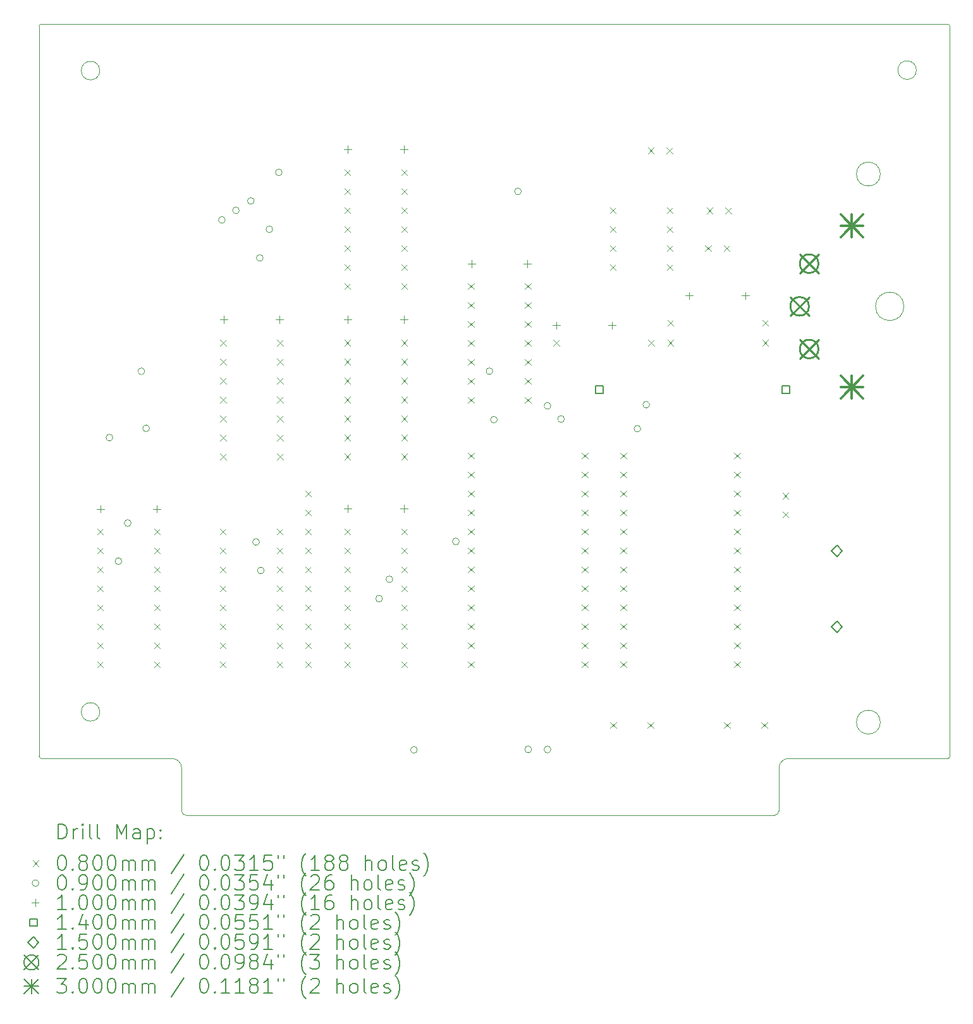
<source format=gbr>
%TF.GenerationSoftware,KiCad,Pcbnew,8.0.9*%
%TF.CreationDate,2025-03-24T20:53:28+01:00*%
%TF.ProjectId,Mindscape_Music_Board,4d696e64-7363-4617-9065-5f4d75736963,rev?*%
%TF.SameCoordinates,Original*%
%TF.FileFunction,Drillmap*%
%TF.FilePolarity,Positive*%
%FSLAX45Y45*%
G04 Gerber Fmt 4.5, Leading zero omitted, Abs format (unit mm)*
G04 Created by KiCad (PCBNEW 8.0.9) date 2025-03-24 20:53:28*
%MOMM*%
%LPD*%
G01*
G04 APERTURE LIST*
%ADD10C,0.050000*%
%ADD11C,0.200000*%
%ADD12C,0.100000*%
%ADD13C,0.140000*%
%ADD14C,0.150000*%
%ADD15C,0.250000*%
%ADD16C,0.300000*%
G04 APERTURE END LIST*
D10*
X7499500Y-13551000D02*
X5748000Y-13551000D01*
X5718000Y-3752000D02*
G75*
G02*
X5748000Y-3722000I30000J0D01*
G01*
X5748000Y-13551000D02*
G75*
G02*
X5718000Y-13521000I0J30000D01*
G01*
X5748000Y-3722000D02*
X17886000Y-3722000D01*
X17916000Y-13521000D02*
G75*
G02*
X17886000Y-13551000I-30000J0D01*
G01*
X17916000Y-3752000D02*
X17916000Y-13521000D01*
X17886000Y-13551000D02*
X15754500Y-13551000D01*
X17886000Y-3722000D02*
G75*
G02*
X17916000Y-3752000I0J-30000D01*
G01*
X16984000Y-13065000D02*
G75*
G02*
X16664000Y-13065000I-160000J0D01*
G01*
X16664000Y-13065000D02*
G75*
G02*
X16984000Y-13065000I160000J0D01*
G01*
X6531000Y-4343000D02*
G75*
G02*
X6283000Y-4343000I-124000J0D01*
G01*
X6283000Y-4343000D02*
G75*
G02*
X6531000Y-4343000I124000J0D01*
G01*
X5718000Y-13521000D02*
X5718000Y-3752000D01*
X16984000Y-5728000D02*
G75*
G02*
X16664000Y-5728000I-160000J0D01*
G01*
X16664000Y-5728000D02*
G75*
G02*
X16984000Y-5728000I160000J0D01*
G01*
X6531000Y-12928000D02*
G75*
G02*
X6283000Y-12928000I-124000J0D01*
G01*
X6283000Y-12928000D02*
G75*
G02*
X6531000Y-12928000I124000J0D01*
G01*
X17467000Y-4337000D02*
G75*
G02*
X17219000Y-4337000I-124000J0D01*
G01*
X17219000Y-4337000D02*
G75*
G02*
X17467000Y-4337000I124000J0D01*
G01*
X17300000Y-7499000D02*
G75*
G02*
X16920000Y-7499000I-190000J0D01*
G01*
X16920000Y-7499000D02*
G75*
G02*
X17300000Y-7499000I190000J0D01*
G01*
X7626500Y-14249500D02*
X7626500Y-13678000D01*
X7690000Y-14313000D02*
X15564000Y-14313000D01*
X15627500Y-14249500D02*
X15627500Y-13678000D01*
X7499500Y-13551000D02*
G75*
G02*
X7626500Y-13678000I0J-127000D01*
G01*
X7690000Y-14313000D02*
G75*
G02*
X7626500Y-14249500I0J63500D01*
G01*
X15627500Y-13678000D02*
G75*
G02*
X15754500Y-13551000I127000J0D01*
G01*
X15627500Y-14249500D02*
G75*
G02*
X15564000Y-14313000I-63500J0D01*
G01*
D11*
D12*
X6498000Y-10474000D02*
X6578000Y-10554000D01*
X6578000Y-10474000D02*
X6498000Y-10554000D01*
X6498000Y-10728000D02*
X6578000Y-10808000D01*
X6578000Y-10728000D02*
X6498000Y-10808000D01*
X6498000Y-10982000D02*
X6578000Y-11062000D01*
X6578000Y-10982000D02*
X6498000Y-11062000D01*
X6498000Y-11236000D02*
X6578000Y-11316000D01*
X6578000Y-11236000D02*
X6498000Y-11316000D01*
X6498000Y-11490000D02*
X6578000Y-11570000D01*
X6578000Y-11490000D02*
X6498000Y-11570000D01*
X6498000Y-11744000D02*
X6578000Y-11824000D01*
X6578000Y-11744000D02*
X6498000Y-11824000D01*
X6498000Y-11998000D02*
X6578000Y-12078000D01*
X6578000Y-11998000D02*
X6498000Y-12078000D01*
X6498000Y-12252000D02*
X6578000Y-12332000D01*
X6578000Y-12252000D02*
X6498000Y-12332000D01*
X7260000Y-10474000D02*
X7340000Y-10554000D01*
X7340000Y-10474000D02*
X7260000Y-10554000D01*
X7260000Y-10728000D02*
X7340000Y-10808000D01*
X7340000Y-10728000D02*
X7260000Y-10808000D01*
X7260000Y-10982000D02*
X7340000Y-11062000D01*
X7340000Y-10982000D02*
X7260000Y-11062000D01*
X7260000Y-11236000D02*
X7340000Y-11316000D01*
X7340000Y-11236000D02*
X7260000Y-11316000D01*
X7260000Y-11490000D02*
X7340000Y-11570000D01*
X7340000Y-11490000D02*
X7260000Y-11570000D01*
X7260000Y-11744000D02*
X7340000Y-11824000D01*
X7340000Y-11744000D02*
X7260000Y-11824000D01*
X7260000Y-11998000D02*
X7340000Y-12078000D01*
X7340000Y-11998000D02*
X7260000Y-12078000D01*
X7260000Y-12252000D02*
X7340000Y-12332000D01*
X7340000Y-12252000D02*
X7260000Y-12332000D01*
X8139000Y-10474000D02*
X8219000Y-10554000D01*
X8219000Y-10474000D02*
X8139000Y-10554000D01*
X8139000Y-10728000D02*
X8219000Y-10808000D01*
X8219000Y-10728000D02*
X8139000Y-10808000D01*
X8139000Y-10982000D02*
X8219000Y-11062000D01*
X8219000Y-10982000D02*
X8139000Y-11062000D01*
X8139000Y-11236000D02*
X8219000Y-11316000D01*
X8219000Y-11236000D02*
X8139000Y-11316000D01*
X8139000Y-11490000D02*
X8219000Y-11570000D01*
X8219000Y-11490000D02*
X8139000Y-11570000D01*
X8139000Y-11744000D02*
X8219000Y-11824000D01*
X8219000Y-11744000D02*
X8139000Y-11824000D01*
X8139000Y-11998000D02*
X8219000Y-12078000D01*
X8219000Y-11998000D02*
X8139000Y-12078000D01*
X8139000Y-12252000D02*
X8219000Y-12332000D01*
X8219000Y-12252000D02*
X8139000Y-12332000D01*
X8145000Y-7945500D02*
X8225000Y-8025500D01*
X8225000Y-7945500D02*
X8145000Y-8025500D01*
X8145000Y-8199500D02*
X8225000Y-8279500D01*
X8225000Y-8199500D02*
X8145000Y-8279500D01*
X8145000Y-8453500D02*
X8225000Y-8533500D01*
X8225000Y-8453500D02*
X8145000Y-8533500D01*
X8145000Y-8707500D02*
X8225000Y-8787500D01*
X8225000Y-8707500D02*
X8145000Y-8787500D01*
X8145000Y-8961500D02*
X8225000Y-9041500D01*
X8225000Y-8961500D02*
X8145000Y-9041500D01*
X8145000Y-9215500D02*
X8225000Y-9295500D01*
X8225000Y-9215500D02*
X8145000Y-9295500D01*
X8145000Y-9469500D02*
X8225000Y-9549500D01*
X8225000Y-9469500D02*
X8145000Y-9549500D01*
X8901000Y-10474000D02*
X8981000Y-10554000D01*
X8981000Y-10474000D02*
X8901000Y-10554000D01*
X8901000Y-10728000D02*
X8981000Y-10808000D01*
X8981000Y-10728000D02*
X8901000Y-10808000D01*
X8901000Y-10982000D02*
X8981000Y-11062000D01*
X8981000Y-10982000D02*
X8901000Y-11062000D01*
X8901000Y-11236000D02*
X8981000Y-11316000D01*
X8981000Y-11236000D02*
X8901000Y-11316000D01*
X8901000Y-11490000D02*
X8981000Y-11570000D01*
X8981000Y-11490000D02*
X8901000Y-11570000D01*
X8901000Y-11744000D02*
X8981000Y-11824000D01*
X8981000Y-11744000D02*
X8901000Y-11824000D01*
X8901000Y-11998000D02*
X8981000Y-12078000D01*
X8981000Y-11998000D02*
X8901000Y-12078000D01*
X8901000Y-12252000D02*
X8981000Y-12332000D01*
X8981000Y-12252000D02*
X8901000Y-12332000D01*
X8907000Y-7945500D02*
X8987000Y-8025500D01*
X8987000Y-7945500D02*
X8907000Y-8025500D01*
X8907000Y-8199500D02*
X8987000Y-8279500D01*
X8987000Y-8199500D02*
X8907000Y-8279500D01*
X8907000Y-8453500D02*
X8987000Y-8533500D01*
X8987000Y-8453500D02*
X8907000Y-8533500D01*
X8907000Y-8707500D02*
X8987000Y-8787500D01*
X8987000Y-8707500D02*
X8907000Y-8787500D01*
X8907000Y-8961500D02*
X8987000Y-9041500D01*
X8987000Y-8961500D02*
X8907000Y-9041500D01*
X8907000Y-9215500D02*
X8987000Y-9295500D01*
X8987000Y-9215500D02*
X8907000Y-9295500D01*
X8907000Y-9469500D02*
X8987000Y-9549500D01*
X8987000Y-9469500D02*
X8907000Y-9549500D01*
X9283000Y-9966000D02*
X9363000Y-10046000D01*
X9363000Y-9966000D02*
X9283000Y-10046000D01*
X9283000Y-10220000D02*
X9363000Y-10300000D01*
X9363000Y-10220000D02*
X9283000Y-10300000D01*
X9283000Y-10474000D02*
X9363000Y-10554000D01*
X9363000Y-10474000D02*
X9283000Y-10554000D01*
X9283000Y-10728000D02*
X9363000Y-10808000D01*
X9363000Y-10728000D02*
X9283000Y-10808000D01*
X9283000Y-10982000D02*
X9363000Y-11062000D01*
X9363000Y-10982000D02*
X9283000Y-11062000D01*
X9283000Y-11236000D02*
X9363000Y-11316000D01*
X9363000Y-11236000D02*
X9283000Y-11316000D01*
X9283000Y-11490000D02*
X9363000Y-11570000D01*
X9363000Y-11490000D02*
X9283000Y-11570000D01*
X9283000Y-11744000D02*
X9363000Y-11824000D01*
X9363000Y-11744000D02*
X9283000Y-11824000D01*
X9283000Y-11998000D02*
X9363000Y-12078000D01*
X9363000Y-11998000D02*
X9283000Y-12078000D01*
X9283000Y-12252000D02*
X9363000Y-12332000D01*
X9363000Y-12252000D02*
X9283000Y-12332000D01*
X9808000Y-5666500D02*
X9888000Y-5746500D01*
X9888000Y-5666500D02*
X9808000Y-5746500D01*
X9808000Y-5920500D02*
X9888000Y-6000500D01*
X9888000Y-5920500D02*
X9808000Y-6000500D01*
X9808000Y-6174500D02*
X9888000Y-6254500D01*
X9888000Y-6174500D02*
X9808000Y-6254500D01*
X9808000Y-6428500D02*
X9888000Y-6508500D01*
X9888000Y-6428500D02*
X9808000Y-6508500D01*
X9808000Y-6682500D02*
X9888000Y-6762500D01*
X9888000Y-6682500D02*
X9808000Y-6762500D01*
X9808000Y-6936500D02*
X9888000Y-7016500D01*
X9888000Y-6936500D02*
X9808000Y-7016500D01*
X9808000Y-7190500D02*
X9888000Y-7270500D01*
X9888000Y-7190500D02*
X9808000Y-7270500D01*
X9808000Y-7945500D02*
X9888000Y-8025500D01*
X9888000Y-7945500D02*
X9808000Y-8025500D01*
X9808000Y-8199500D02*
X9888000Y-8279500D01*
X9888000Y-8199500D02*
X9808000Y-8279500D01*
X9808000Y-8453500D02*
X9888000Y-8533500D01*
X9888000Y-8453500D02*
X9808000Y-8533500D01*
X9808000Y-8707500D02*
X9888000Y-8787500D01*
X9888000Y-8707500D02*
X9808000Y-8787500D01*
X9808000Y-8961500D02*
X9888000Y-9041500D01*
X9888000Y-8961500D02*
X9808000Y-9041500D01*
X9808000Y-9215500D02*
X9888000Y-9295500D01*
X9888000Y-9215500D02*
X9808000Y-9295500D01*
X9808000Y-9469500D02*
X9888000Y-9549500D01*
X9888000Y-9469500D02*
X9808000Y-9549500D01*
X9808000Y-10474000D02*
X9888000Y-10554000D01*
X9888000Y-10474000D02*
X9808000Y-10554000D01*
X9808000Y-10728000D02*
X9888000Y-10808000D01*
X9888000Y-10728000D02*
X9808000Y-10808000D01*
X9808000Y-10982000D02*
X9888000Y-11062000D01*
X9888000Y-10982000D02*
X9808000Y-11062000D01*
X9808000Y-11236000D02*
X9888000Y-11316000D01*
X9888000Y-11236000D02*
X9808000Y-11316000D01*
X9808000Y-11490000D02*
X9888000Y-11570000D01*
X9888000Y-11490000D02*
X9808000Y-11570000D01*
X9808000Y-11744000D02*
X9888000Y-11824000D01*
X9888000Y-11744000D02*
X9808000Y-11824000D01*
X9808000Y-11998000D02*
X9888000Y-12078000D01*
X9888000Y-11998000D02*
X9808000Y-12078000D01*
X9808000Y-12252000D02*
X9888000Y-12332000D01*
X9888000Y-12252000D02*
X9808000Y-12332000D01*
X10570000Y-5666500D02*
X10650000Y-5746500D01*
X10650000Y-5666500D02*
X10570000Y-5746500D01*
X10570000Y-5920500D02*
X10650000Y-6000500D01*
X10650000Y-5920500D02*
X10570000Y-6000500D01*
X10570000Y-6174500D02*
X10650000Y-6254500D01*
X10650000Y-6174500D02*
X10570000Y-6254500D01*
X10570000Y-6428500D02*
X10650000Y-6508500D01*
X10650000Y-6428500D02*
X10570000Y-6508500D01*
X10570000Y-6682500D02*
X10650000Y-6762500D01*
X10650000Y-6682500D02*
X10570000Y-6762500D01*
X10570000Y-6936500D02*
X10650000Y-7016500D01*
X10650000Y-6936500D02*
X10570000Y-7016500D01*
X10570000Y-7190500D02*
X10650000Y-7270500D01*
X10650000Y-7190500D02*
X10570000Y-7270500D01*
X10570000Y-7945500D02*
X10650000Y-8025500D01*
X10650000Y-7945500D02*
X10570000Y-8025500D01*
X10570000Y-8199500D02*
X10650000Y-8279500D01*
X10650000Y-8199500D02*
X10570000Y-8279500D01*
X10570000Y-8453500D02*
X10650000Y-8533500D01*
X10650000Y-8453500D02*
X10570000Y-8533500D01*
X10570000Y-8707500D02*
X10650000Y-8787500D01*
X10650000Y-8707500D02*
X10570000Y-8787500D01*
X10570000Y-8961500D02*
X10650000Y-9041500D01*
X10650000Y-8961500D02*
X10570000Y-9041500D01*
X10570000Y-9215500D02*
X10650000Y-9295500D01*
X10650000Y-9215500D02*
X10570000Y-9295500D01*
X10570000Y-9469500D02*
X10650000Y-9549500D01*
X10650000Y-9469500D02*
X10570000Y-9549500D01*
X10570000Y-10474000D02*
X10650000Y-10554000D01*
X10650000Y-10474000D02*
X10570000Y-10554000D01*
X10570000Y-10728000D02*
X10650000Y-10808000D01*
X10650000Y-10728000D02*
X10570000Y-10808000D01*
X10570000Y-10982000D02*
X10650000Y-11062000D01*
X10650000Y-10982000D02*
X10570000Y-11062000D01*
X10570000Y-11236000D02*
X10650000Y-11316000D01*
X10650000Y-11236000D02*
X10570000Y-11316000D01*
X10570000Y-11490000D02*
X10650000Y-11570000D01*
X10650000Y-11490000D02*
X10570000Y-11570000D01*
X10570000Y-11744000D02*
X10650000Y-11824000D01*
X10650000Y-11744000D02*
X10570000Y-11824000D01*
X10570000Y-11998000D02*
X10650000Y-12078000D01*
X10650000Y-11998000D02*
X10570000Y-12078000D01*
X10570000Y-12252000D02*
X10650000Y-12332000D01*
X10650000Y-12252000D02*
X10570000Y-12332000D01*
X11464000Y-7189000D02*
X11544000Y-7269000D01*
X11544000Y-7189000D02*
X11464000Y-7269000D01*
X11464000Y-7443000D02*
X11544000Y-7523000D01*
X11544000Y-7443000D02*
X11464000Y-7523000D01*
X11464000Y-7697000D02*
X11544000Y-7777000D01*
X11544000Y-7697000D02*
X11464000Y-7777000D01*
X11464000Y-7951000D02*
X11544000Y-8031000D01*
X11544000Y-7951000D02*
X11464000Y-8031000D01*
X11464000Y-8205000D02*
X11544000Y-8285000D01*
X11544000Y-8205000D02*
X11464000Y-8285000D01*
X11464000Y-8459000D02*
X11544000Y-8539000D01*
X11544000Y-8459000D02*
X11464000Y-8539000D01*
X11464000Y-8713000D02*
X11544000Y-8793000D01*
X11544000Y-8713000D02*
X11464000Y-8793000D01*
X11464000Y-9458000D02*
X11544000Y-9538000D01*
X11544000Y-9458000D02*
X11464000Y-9538000D01*
X11464000Y-9712000D02*
X11544000Y-9792000D01*
X11544000Y-9712000D02*
X11464000Y-9792000D01*
X11464000Y-9966000D02*
X11544000Y-10046000D01*
X11544000Y-9966000D02*
X11464000Y-10046000D01*
X11464000Y-10220000D02*
X11544000Y-10300000D01*
X11544000Y-10220000D02*
X11464000Y-10300000D01*
X11464000Y-10474000D02*
X11544000Y-10554000D01*
X11544000Y-10474000D02*
X11464000Y-10554000D01*
X11464000Y-10728000D02*
X11544000Y-10808000D01*
X11544000Y-10728000D02*
X11464000Y-10808000D01*
X11464000Y-10982000D02*
X11544000Y-11062000D01*
X11544000Y-10982000D02*
X11464000Y-11062000D01*
X11464000Y-11236000D02*
X11544000Y-11316000D01*
X11544000Y-11236000D02*
X11464000Y-11316000D01*
X11464000Y-11490000D02*
X11544000Y-11570000D01*
X11544000Y-11490000D02*
X11464000Y-11570000D01*
X11464000Y-11744000D02*
X11544000Y-11824000D01*
X11544000Y-11744000D02*
X11464000Y-11824000D01*
X11464000Y-11998000D02*
X11544000Y-12078000D01*
X11544000Y-11998000D02*
X11464000Y-12078000D01*
X11464000Y-12252000D02*
X11544000Y-12332000D01*
X11544000Y-12252000D02*
X11464000Y-12332000D01*
X12226000Y-7189000D02*
X12306000Y-7269000D01*
X12306000Y-7189000D02*
X12226000Y-7269000D01*
X12226000Y-7443000D02*
X12306000Y-7523000D01*
X12306000Y-7443000D02*
X12226000Y-7523000D01*
X12226000Y-7697000D02*
X12306000Y-7777000D01*
X12306000Y-7697000D02*
X12226000Y-7777000D01*
X12226000Y-7951000D02*
X12306000Y-8031000D01*
X12306000Y-7951000D02*
X12226000Y-8031000D01*
X12226000Y-8205000D02*
X12306000Y-8285000D01*
X12306000Y-8205000D02*
X12226000Y-8285000D01*
X12226000Y-8459000D02*
X12306000Y-8539000D01*
X12306000Y-8459000D02*
X12226000Y-8539000D01*
X12226000Y-8713000D02*
X12306000Y-8793000D01*
X12306000Y-8713000D02*
X12226000Y-8793000D01*
X12604000Y-7949000D02*
X12684000Y-8029000D01*
X12684000Y-7949000D02*
X12604000Y-8029000D01*
X12988000Y-9458000D02*
X13068000Y-9538000D01*
X13068000Y-9458000D02*
X12988000Y-9538000D01*
X12988000Y-9712000D02*
X13068000Y-9792000D01*
X13068000Y-9712000D02*
X12988000Y-9792000D01*
X12988000Y-9966000D02*
X13068000Y-10046000D01*
X13068000Y-9966000D02*
X12988000Y-10046000D01*
X12988000Y-10220000D02*
X13068000Y-10300000D01*
X13068000Y-10220000D02*
X12988000Y-10300000D01*
X12988000Y-10474000D02*
X13068000Y-10554000D01*
X13068000Y-10474000D02*
X12988000Y-10554000D01*
X12988000Y-10728000D02*
X13068000Y-10808000D01*
X13068000Y-10728000D02*
X12988000Y-10808000D01*
X12988000Y-10982000D02*
X13068000Y-11062000D01*
X13068000Y-10982000D02*
X12988000Y-11062000D01*
X12988000Y-11236000D02*
X13068000Y-11316000D01*
X13068000Y-11236000D02*
X12988000Y-11316000D01*
X12988000Y-11490000D02*
X13068000Y-11570000D01*
X13068000Y-11490000D02*
X12988000Y-11570000D01*
X12988000Y-11744000D02*
X13068000Y-11824000D01*
X13068000Y-11744000D02*
X12988000Y-11824000D01*
X12988000Y-11998000D02*
X13068000Y-12078000D01*
X13068000Y-11998000D02*
X12988000Y-12078000D01*
X12988000Y-12252000D02*
X13068000Y-12332000D01*
X13068000Y-12252000D02*
X12988000Y-12332000D01*
X13363000Y-6174000D02*
X13443000Y-6254000D01*
X13443000Y-6174000D02*
X13363000Y-6254000D01*
X13363000Y-6428000D02*
X13443000Y-6508000D01*
X13443000Y-6428000D02*
X13363000Y-6508000D01*
X13363000Y-6682000D02*
X13443000Y-6762000D01*
X13443000Y-6682000D02*
X13363000Y-6762000D01*
X13363000Y-6936000D02*
X13443000Y-7016000D01*
X13443000Y-6936000D02*
X13363000Y-7016000D01*
X13369000Y-13065000D02*
X13449000Y-13145000D01*
X13449000Y-13065000D02*
X13369000Y-13145000D01*
X13503000Y-9458000D02*
X13583000Y-9538000D01*
X13583000Y-9458000D02*
X13503000Y-9538000D01*
X13503000Y-9712000D02*
X13583000Y-9792000D01*
X13583000Y-9712000D02*
X13503000Y-9792000D01*
X13503000Y-9966000D02*
X13583000Y-10046000D01*
X13583000Y-9966000D02*
X13503000Y-10046000D01*
X13503000Y-10220000D02*
X13583000Y-10300000D01*
X13583000Y-10220000D02*
X13503000Y-10300000D01*
X13503000Y-10474000D02*
X13583000Y-10554000D01*
X13583000Y-10474000D02*
X13503000Y-10554000D01*
X13503000Y-10728000D02*
X13583000Y-10808000D01*
X13583000Y-10728000D02*
X13503000Y-10808000D01*
X13503000Y-10982000D02*
X13583000Y-11062000D01*
X13583000Y-10982000D02*
X13503000Y-11062000D01*
X13503000Y-11236000D02*
X13583000Y-11316000D01*
X13583000Y-11236000D02*
X13503000Y-11316000D01*
X13503000Y-11490000D02*
X13583000Y-11570000D01*
X13583000Y-11490000D02*
X13503000Y-11570000D01*
X13503000Y-11744000D02*
X13583000Y-11824000D01*
X13583000Y-11744000D02*
X13503000Y-11824000D01*
X13503000Y-11998000D02*
X13583000Y-12078000D01*
X13583000Y-11998000D02*
X13503000Y-12078000D01*
X13503000Y-12252000D02*
X13583000Y-12332000D01*
X13583000Y-12252000D02*
X13503000Y-12332000D01*
X13869000Y-13065000D02*
X13949000Y-13145000D01*
X13949000Y-13065000D02*
X13869000Y-13145000D01*
X13871511Y-5375000D02*
X13951511Y-5455000D01*
X13951511Y-5375000D02*
X13871511Y-5455000D01*
X13874000Y-7949000D02*
X13954000Y-8029000D01*
X13954000Y-7949000D02*
X13874000Y-8029000D01*
X14121511Y-5375000D02*
X14201511Y-5455000D01*
X14201511Y-5375000D02*
X14121511Y-5455000D01*
X14125000Y-6174000D02*
X14205000Y-6254000D01*
X14205000Y-6174000D02*
X14125000Y-6254000D01*
X14125000Y-6428000D02*
X14205000Y-6508000D01*
X14205000Y-6428000D02*
X14125000Y-6508000D01*
X14125000Y-6682000D02*
X14205000Y-6762000D01*
X14205000Y-6682000D02*
X14125000Y-6762000D01*
X14125000Y-6936000D02*
X14205000Y-7016000D01*
X14205000Y-6936000D02*
X14125000Y-7016000D01*
X14132500Y-7949000D02*
X14212500Y-8029000D01*
X14212500Y-7949000D02*
X14132500Y-8029000D01*
X14133000Y-7679000D02*
X14213000Y-7759000D01*
X14213000Y-7679000D02*
X14133000Y-7759000D01*
X14637000Y-6682000D02*
X14717000Y-6762000D01*
X14717000Y-6682000D02*
X14637000Y-6762000D01*
X14660000Y-6176000D02*
X14740000Y-6256000D01*
X14740000Y-6176000D02*
X14660000Y-6256000D01*
X14887000Y-6682000D02*
X14967000Y-6762000D01*
X14967000Y-6682000D02*
X14887000Y-6762000D01*
X14893000Y-13065000D02*
X14973000Y-13145000D01*
X14973000Y-13065000D02*
X14893000Y-13145000D01*
X14910000Y-6176000D02*
X14990000Y-6256000D01*
X14990000Y-6176000D02*
X14910000Y-6256000D01*
X15027000Y-9458000D02*
X15107000Y-9538000D01*
X15107000Y-9458000D02*
X15027000Y-9538000D01*
X15027000Y-9712000D02*
X15107000Y-9792000D01*
X15107000Y-9712000D02*
X15027000Y-9792000D01*
X15027000Y-9966000D02*
X15107000Y-10046000D01*
X15107000Y-9966000D02*
X15027000Y-10046000D01*
X15027000Y-10220000D02*
X15107000Y-10300000D01*
X15107000Y-10220000D02*
X15027000Y-10300000D01*
X15027000Y-10474000D02*
X15107000Y-10554000D01*
X15107000Y-10474000D02*
X15027000Y-10554000D01*
X15027000Y-10728000D02*
X15107000Y-10808000D01*
X15107000Y-10728000D02*
X15027000Y-10808000D01*
X15027000Y-10982000D02*
X15107000Y-11062000D01*
X15107000Y-10982000D02*
X15027000Y-11062000D01*
X15027000Y-11236000D02*
X15107000Y-11316000D01*
X15107000Y-11236000D02*
X15027000Y-11316000D01*
X15027000Y-11490000D02*
X15107000Y-11570000D01*
X15107000Y-11490000D02*
X15027000Y-11570000D01*
X15027000Y-11744000D02*
X15107000Y-11824000D01*
X15107000Y-11744000D02*
X15027000Y-11824000D01*
X15027000Y-11998000D02*
X15107000Y-12078000D01*
X15107000Y-11998000D02*
X15027000Y-12078000D01*
X15027000Y-12252000D02*
X15107000Y-12332000D01*
X15107000Y-12252000D02*
X15027000Y-12332000D01*
X15393000Y-13065000D02*
X15473000Y-13145000D01*
X15473000Y-13065000D02*
X15393000Y-13145000D01*
X15402500Y-7949000D02*
X15482500Y-8029000D01*
X15482500Y-7949000D02*
X15402500Y-8029000D01*
X15403000Y-7679000D02*
X15483000Y-7759000D01*
X15483000Y-7679000D02*
X15403000Y-7759000D01*
X15674000Y-9996000D02*
X15754000Y-10076000D01*
X15754000Y-9996000D02*
X15674000Y-10076000D01*
X15674000Y-10246000D02*
X15754000Y-10326000D01*
X15754000Y-10246000D02*
X15674000Y-10326000D01*
X6706000Y-9256000D02*
G75*
G02*
X6616000Y-9256000I-45000J0D01*
G01*
X6616000Y-9256000D02*
G75*
G02*
X6706000Y-9256000I45000J0D01*
G01*
X6826000Y-10910000D02*
G75*
G02*
X6736000Y-10910000I-45000J0D01*
G01*
X6736000Y-10910000D02*
G75*
G02*
X6826000Y-10910000I45000J0D01*
G01*
X6951000Y-10400000D02*
G75*
G02*
X6861000Y-10400000I-45000J0D01*
G01*
X6861000Y-10400000D02*
G75*
G02*
X6951000Y-10400000I45000J0D01*
G01*
X7134000Y-8368000D02*
G75*
G02*
X7044000Y-8368000I-45000J0D01*
G01*
X7044000Y-8368000D02*
G75*
G02*
X7134000Y-8368000I45000J0D01*
G01*
X7197000Y-9131000D02*
G75*
G02*
X7107000Y-9131000I-45000J0D01*
G01*
X7107000Y-9131000D02*
G75*
G02*
X7197000Y-9131000I45000J0D01*
G01*
X8211000Y-6342000D02*
G75*
G02*
X8121000Y-6342000I-45000J0D01*
G01*
X8121000Y-6342000D02*
G75*
G02*
X8211000Y-6342000I45000J0D01*
G01*
X8399000Y-6214000D02*
G75*
G02*
X8309000Y-6214000I-45000J0D01*
G01*
X8309000Y-6214000D02*
G75*
G02*
X8399000Y-6214000I45000J0D01*
G01*
X8599000Y-6088000D02*
G75*
G02*
X8509000Y-6088000I-45000J0D01*
G01*
X8509000Y-6088000D02*
G75*
G02*
X8599000Y-6088000I45000J0D01*
G01*
X8669000Y-10653000D02*
G75*
G02*
X8579000Y-10653000I-45000J0D01*
G01*
X8579000Y-10653000D02*
G75*
G02*
X8669000Y-10653000I45000J0D01*
G01*
X8719000Y-6851000D02*
G75*
G02*
X8629000Y-6851000I-45000J0D01*
G01*
X8629000Y-6851000D02*
G75*
G02*
X8719000Y-6851000I45000J0D01*
G01*
X8733000Y-11035000D02*
G75*
G02*
X8643000Y-11035000I-45000J0D01*
G01*
X8643000Y-11035000D02*
G75*
G02*
X8733000Y-11035000I45000J0D01*
G01*
X8847000Y-6468000D02*
G75*
G02*
X8757000Y-6468000I-45000J0D01*
G01*
X8757000Y-6468000D02*
G75*
G02*
X8847000Y-6468000I45000J0D01*
G01*
X8974000Y-5705000D02*
G75*
G02*
X8884000Y-5705000I-45000J0D01*
G01*
X8884000Y-5705000D02*
G75*
G02*
X8974000Y-5705000I45000J0D01*
G01*
X10317000Y-11412000D02*
G75*
G02*
X10227000Y-11412000I-45000J0D01*
G01*
X10227000Y-11412000D02*
G75*
G02*
X10317000Y-11412000I45000J0D01*
G01*
X10455000Y-11152000D02*
G75*
G02*
X10365000Y-11152000I-45000J0D01*
G01*
X10365000Y-11152000D02*
G75*
G02*
X10455000Y-11152000I45000J0D01*
G01*
X10783000Y-13436000D02*
G75*
G02*
X10693000Y-13436000I-45000J0D01*
G01*
X10693000Y-13436000D02*
G75*
G02*
X10783000Y-13436000I45000J0D01*
G01*
X11344000Y-10646000D02*
G75*
G02*
X11254000Y-10646000I-45000J0D01*
G01*
X11254000Y-10646000D02*
G75*
G02*
X11344000Y-10646000I45000J0D01*
G01*
X11795000Y-8367000D02*
G75*
G02*
X11705000Y-8367000I-45000J0D01*
G01*
X11705000Y-8367000D02*
G75*
G02*
X11795000Y-8367000I45000J0D01*
G01*
X11854000Y-9016000D02*
G75*
G02*
X11764000Y-9016000I-45000J0D01*
G01*
X11764000Y-9016000D02*
G75*
G02*
X11854000Y-9016000I45000J0D01*
G01*
X12176000Y-5961000D02*
G75*
G02*
X12086000Y-5961000I-45000J0D01*
G01*
X12086000Y-5961000D02*
G75*
G02*
X12176000Y-5961000I45000J0D01*
G01*
X12313000Y-13430000D02*
G75*
G02*
X12223000Y-13430000I-45000J0D01*
G01*
X12223000Y-13430000D02*
G75*
G02*
X12313000Y-13430000I45000J0D01*
G01*
X12572000Y-8831000D02*
G75*
G02*
X12482000Y-8831000I-45000J0D01*
G01*
X12482000Y-8831000D02*
G75*
G02*
X12572000Y-8831000I45000J0D01*
G01*
X12572000Y-13431000D02*
G75*
G02*
X12482000Y-13431000I-45000J0D01*
G01*
X12482000Y-13431000D02*
G75*
G02*
X12572000Y-13431000I45000J0D01*
G01*
X12754000Y-9007000D02*
G75*
G02*
X12664000Y-9007000I-45000J0D01*
G01*
X12664000Y-9007000D02*
G75*
G02*
X12754000Y-9007000I45000J0D01*
G01*
X13775000Y-9137000D02*
G75*
G02*
X13685000Y-9137000I-45000J0D01*
G01*
X13685000Y-9137000D02*
G75*
G02*
X13775000Y-9137000I45000J0D01*
G01*
X13894000Y-8816000D02*
G75*
G02*
X13804000Y-8816000I-45000J0D01*
G01*
X13804000Y-8816000D02*
G75*
G02*
X13894000Y-8816000I45000J0D01*
G01*
X6543000Y-10160000D02*
X6543000Y-10260000D01*
X6493000Y-10210000D02*
X6593000Y-10210000D01*
X7293000Y-10160000D02*
X7293000Y-10260000D01*
X7243000Y-10210000D02*
X7343000Y-10210000D01*
X8190000Y-7626000D02*
X8190000Y-7726000D01*
X8140000Y-7676000D02*
X8240000Y-7676000D01*
X8940000Y-7626000D02*
X8940000Y-7726000D01*
X8890000Y-7676000D02*
X8990000Y-7676000D01*
X9853000Y-5348000D02*
X9853000Y-5448000D01*
X9803000Y-5398000D02*
X9903000Y-5398000D01*
X9853000Y-7626000D02*
X9853000Y-7726000D01*
X9803000Y-7676000D02*
X9903000Y-7676000D01*
X9853000Y-10153000D02*
X9853000Y-10253000D01*
X9803000Y-10203000D02*
X9903000Y-10203000D01*
X10603000Y-5348000D02*
X10603000Y-5448000D01*
X10553000Y-5398000D02*
X10653000Y-5398000D01*
X10603000Y-7626000D02*
X10603000Y-7726000D01*
X10553000Y-7676000D02*
X10653000Y-7676000D01*
X10603000Y-10153000D02*
X10603000Y-10253000D01*
X10553000Y-10203000D02*
X10653000Y-10203000D01*
X11509000Y-6880000D02*
X11509000Y-6980000D01*
X11459000Y-6930000D02*
X11559000Y-6930000D01*
X12259000Y-6880000D02*
X12259000Y-6980000D01*
X12209000Y-6930000D02*
X12309000Y-6930000D01*
X12644000Y-7704000D02*
X12644000Y-7804000D01*
X12594000Y-7754000D02*
X12694000Y-7754000D01*
X13394000Y-7704000D02*
X13394000Y-7804000D01*
X13344000Y-7754000D02*
X13444000Y-7754000D01*
X14426000Y-7306000D02*
X14426000Y-7406000D01*
X14376000Y-7356000D02*
X14476000Y-7356000D01*
X15176000Y-7306000D02*
X15176000Y-7406000D01*
X15126000Y-7356000D02*
X15226000Y-7356000D01*
D13*
X13269498Y-8665498D02*
X13269498Y-8566502D01*
X13170502Y-8566502D01*
X13170502Y-8665498D01*
X13269498Y-8665498D01*
X15769498Y-8665498D02*
X15769498Y-8566502D01*
X15670502Y-8566502D01*
X15670502Y-8665498D01*
X15769498Y-8665498D01*
D14*
X16401000Y-10845000D02*
X16476000Y-10770000D01*
X16401000Y-10695000D01*
X16326000Y-10770000D01*
X16401000Y-10845000D01*
X16401000Y-11861000D02*
X16476000Y-11786000D01*
X16401000Y-11711000D01*
X16326000Y-11786000D01*
X16401000Y-11861000D01*
D15*
X15778500Y-7374000D02*
X16028500Y-7624000D01*
X16028500Y-7374000D02*
X15778500Y-7624000D01*
X16028500Y-7499000D02*
G75*
G02*
X15778500Y-7499000I-125000J0D01*
G01*
X15778500Y-7499000D02*
G75*
G02*
X16028500Y-7499000I125000J0D01*
G01*
X15905500Y-6802500D02*
X16155500Y-7052500D01*
X16155500Y-6802500D02*
X15905500Y-7052500D01*
X16155500Y-6927500D02*
G75*
G02*
X15905500Y-6927500I-125000J0D01*
G01*
X15905500Y-6927500D02*
G75*
G02*
X16155500Y-6927500I125000J0D01*
G01*
X15905500Y-7945500D02*
X16155500Y-8195500D01*
X16155500Y-7945500D02*
X15905500Y-8195500D01*
X16155500Y-8070500D02*
G75*
G02*
X15905500Y-8070500I-125000J0D01*
G01*
X15905500Y-8070500D02*
G75*
G02*
X16155500Y-8070500I125000J0D01*
G01*
D16*
X16452000Y-6269500D02*
X16752000Y-6569500D01*
X16752000Y-6269500D02*
X16452000Y-6569500D01*
X16602000Y-6269500D02*
X16602000Y-6569500D01*
X16452000Y-6419500D02*
X16752000Y-6419500D01*
X16452000Y-8428500D02*
X16752000Y-8728500D01*
X16752000Y-8428500D02*
X16452000Y-8728500D01*
X16602000Y-8428500D02*
X16602000Y-8728500D01*
X16452000Y-8578500D02*
X16752000Y-8578500D01*
D11*
X5976277Y-14626984D02*
X5976277Y-14426984D01*
X5976277Y-14426984D02*
X6023896Y-14426984D01*
X6023896Y-14426984D02*
X6052467Y-14436508D01*
X6052467Y-14436508D02*
X6071515Y-14455555D01*
X6071515Y-14455555D02*
X6081039Y-14474603D01*
X6081039Y-14474603D02*
X6090562Y-14512698D01*
X6090562Y-14512698D02*
X6090562Y-14541269D01*
X6090562Y-14541269D02*
X6081039Y-14579365D01*
X6081039Y-14579365D02*
X6071515Y-14598412D01*
X6071515Y-14598412D02*
X6052467Y-14617460D01*
X6052467Y-14617460D02*
X6023896Y-14626984D01*
X6023896Y-14626984D02*
X5976277Y-14626984D01*
X6176277Y-14626984D02*
X6176277Y-14493650D01*
X6176277Y-14531746D02*
X6185801Y-14512698D01*
X6185801Y-14512698D02*
X6195324Y-14503174D01*
X6195324Y-14503174D02*
X6214372Y-14493650D01*
X6214372Y-14493650D02*
X6233420Y-14493650D01*
X6300086Y-14626984D02*
X6300086Y-14493650D01*
X6300086Y-14426984D02*
X6290562Y-14436508D01*
X6290562Y-14436508D02*
X6300086Y-14446031D01*
X6300086Y-14446031D02*
X6309610Y-14436508D01*
X6309610Y-14436508D02*
X6300086Y-14426984D01*
X6300086Y-14426984D02*
X6300086Y-14446031D01*
X6423896Y-14626984D02*
X6404848Y-14617460D01*
X6404848Y-14617460D02*
X6395324Y-14598412D01*
X6395324Y-14598412D02*
X6395324Y-14426984D01*
X6528658Y-14626984D02*
X6509610Y-14617460D01*
X6509610Y-14617460D02*
X6500086Y-14598412D01*
X6500086Y-14598412D02*
X6500086Y-14426984D01*
X6757229Y-14626984D02*
X6757229Y-14426984D01*
X6757229Y-14426984D02*
X6823896Y-14569841D01*
X6823896Y-14569841D02*
X6890562Y-14426984D01*
X6890562Y-14426984D02*
X6890562Y-14626984D01*
X7071515Y-14626984D02*
X7071515Y-14522222D01*
X7071515Y-14522222D02*
X7061991Y-14503174D01*
X7061991Y-14503174D02*
X7042943Y-14493650D01*
X7042943Y-14493650D02*
X7004848Y-14493650D01*
X7004848Y-14493650D02*
X6985801Y-14503174D01*
X7071515Y-14617460D02*
X7052467Y-14626984D01*
X7052467Y-14626984D02*
X7004848Y-14626984D01*
X7004848Y-14626984D02*
X6985801Y-14617460D01*
X6985801Y-14617460D02*
X6976277Y-14598412D01*
X6976277Y-14598412D02*
X6976277Y-14579365D01*
X6976277Y-14579365D02*
X6985801Y-14560317D01*
X6985801Y-14560317D02*
X7004848Y-14550793D01*
X7004848Y-14550793D02*
X7052467Y-14550793D01*
X7052467Y-14550793D02*
X7071515Y-14541269D01*
X7166753Y-14493650D02*
X7166753Y-14693650D01*
X7166753Y-14503174D02*
X7185801Y-14493650D01*
X7185801Y-14493650D02*
X7223896Y-14493650D01*
X7223896Y-14493650D02*
X7242943Y-14503174D01*
X7242943Y-14503174D02*
X7252467Y-14512698D01*
X7252467Y-14512698D02*
X7261991Y-14531746D01*
X7261991Y-14531746D02*
X7261991Y-14588888D01*
X7261991Y-14588888D02*
X7252467Y-14607936D01*
X7252467Y-14607936D02*
X7242943Y-14617460D01*
X7242943Y-14617460D02*
X7223896Y-14626984D01*
X7223896Y-14626984D02*
X7185801Y-14626984D01*
X7185801Y-14626984D02*
X7166753Y-14617460D01*
X7347705Y-14607936D02*
X7357229Y-14617460D01*
X7357229Y-14617460D02*
X7347705Y-14626984D01*
X7347705Y-14626984D02*
X7338182Y-14617460D01*
X7338182Y-14617460D02*
X7347705Y-14607936D01*
X7347705Y-14607936D02*
X7347705Y-14626984D01*
X7347705Y-14503174D02*
X7357229Y-14512698D01*
X7357229Y-14512698D02*
X7347705Y-14522222D01*
X7347705Y-14522222D02*
X7338182Y-14512698D01*
X7338182Y-14512698D02*
X7347705Y-14503174D01*
X7347705Y-14503174D02*
X7347705Y-14522222D01*
D12*
X5635500Y-14915500D02*
X5715500Y-14995500D01*
X5715500Y-14915500D02*
X5635500Y-14995500D01*
D11*
X6014372Y-14846984D02*
X6033420Y-14846984D01*
X6033420Y-14846984D02*
X6052467Y-14856508D01*
X6052467Y-14856508D02*
X6061991Y-14866031D01*
X6061991Y-14866031D02*
X6071515Y-14885079D01*
X6071515Y-14885079D02*
X6081039Y-14923174D01*
X6081039Y-14923174D02*
X6081039Y-14970793D01*
X6081039Y-14970793D02*
X6071515Y-15008888D01*
X6071515Y-15008888D02*
X6061991Y-15027936D01*
X6061991Y-15027936D02*
X6052467Y-15037460D01*
X6052467Y-15037460D02*
X6033420Y-15046984D01*
X6033420Y-15046984D02*
X6014372Y-15046984D01*
X6014372Y-15046984D02*
X5995324Y-15037460D01*
X5995324Y-15037460D02*
X5985801Y-15027936D01*
X5985801Y-15027936D02*
X5976277Y-15008888D01*
X5976277Y-15008888D02*
X5966753Y-14970793D01*
X5966753Y-14970793D02*
X5966753Y-14923174D01*
X5966753Y-14923174D02*
X5976277Y-14885079D01*
X5976277Y-14885079D02*
X5985801Y-14866031D01*
X5985801Y-14866031D02*
X5995324Y-14856508D01*
X5995324Y-14856508D02*
X6014372Y-14846984D01*
X6166753Y-15027936D02*
X6176277Y-15037460D01*
X6176277Y-15037460D02*
X6166753Y-15046984D01*
X6166753Y-15046984D02*
X6157229Y-15037460D01*
X6157229Y-15037460D02*
X6166753Y-15027936D01*
X6166753Y-15027936D02*
X6166753Y-15046984D01*
X6290562Y-14932698D02*
X6271515Y-14923174D01*
X6271515Y-14923174D02*
X6261991Y-14913650D01*
X6261991Y-14913650D02*
X6252467Y-14894603D01*
X6252467Y-14894603D02*
X6252467Y-14885079D01*
X6252467Y-14885079D02*
X6261991Y-14866031D01*
X6261991Y-14866031D02*
X6271515Y-14856508D01*
X6271515Y-14856508D02*
X6290562Y-14846984D01*
X6290562Y-14846984D02*
X6328658Y-14846984D01*
X6328658Y-14846984D02*
X6347705Y-14856508D01*
X6347705Y-14856508D02*
X6357229Y-14866031D01*
X6357229Y-14866031D02*
X6366753Y-14885079D01*
X6366753Y-14885079D02*
X6366753Y-14894603D01*
X6366753Y-14894603D02*
X6357229Y-14913650D01*
X6357229Y-14913650D02*
X6347705Y-14923174D01*
X6347705Y-14923174D02*
X6328658Y-14932698D01*
X6328658Y-14932698D02*
X6290562Y-14932698D01*
X6290562Y-14932698D02*
X6271515Y-14942222D01*
X6271515Y-14942222D02*
X6261991Y-14951746D01*
X6261991Y-14951746D02*
X6252467Y-14970793D01*
X6252467Y-14970793D02*
X6252467Y-15008888D01*
X6252467Y-15008888D02*
X6261991Y-15027936D01*
X6261991Y-15027936D02*
X6271515Y-15037460D01*
X6271515Y-15037460D02*
X6290562Y-15046984D01*
X6290562Y-15046984D02*
X6328658Y-15046984D01*
X6328658Y-15046984D02*
X6347705Y-15037460D01*
X6347705Y-15037460D02*
X6357229Y-15027936D01*
X6357229Y-15027936D02*
X6366753Y-15008888D01*
X6366753Y-15008888D02*
X6366753Y-14970793D01*
X6366753Y-14970793D02*
X6357229Y-14951746D01*
X6357229Y-14951746D02*
X6347705Y-14942222D01*
X6347705Y-14942222D02*
X6328658Y-14932698D01*
X6490562Y-14846984D02*
X6509610Y-14846984D01*
X6509610Y-14846984D02*
X6528658Y-14856508D01*
X6528658Y-14856508D02*
X6538182Y-14866031D01*
X6538182Y-14866031D02*
X6547705Y-14885079D01*
X6547705Y-14885079D02*
X6557229Y-14923174D01*
X6557229Y-14923174D02*
X6557229Y-14970793D01*
X6557229Y-14970793D02*
X6547705Y-15008888D01*
X6547705Y-15008888D02*
X6538182Y-15027936D01*
X6538182Y-15027936D02*
X6528658Y-15037460D01*
X6528658Y-15037460D02*
X6509610Y-15046984D01*
X6509610Y-15046984D02*
X6490562Y-15046984D01*
X6490562Y-15046984D02*
X6471515Y-15037460D01*
X6471515Y-15037460D02*
X6461991Y-15027936D01*
X6461991Y-15027936D02*
X6452467Y-15008888D01*
X6452467Y-15008888D02*
X6442943Y-14970793D01*
X6442943Y-14970793D02*
X6442943Y-14923174D01*
X6442943Y-14923174D02*
X6452467Y-14885079D01*
X6452467Y-14885079D02*
X6461991Y-14866031D01*
X6461991Y-14866031D02*
X6471515Y-14856508D01*
X6471515Y-14856508D02*
X6490562Y-14846984D01*
X6681039Y-14846984D02*
X6700086Y-14846984D01*
X6700086Y-14846984D02*
X6719134Y-14856508D01*
X6719134Y-14856508D02*
X6728658Y-14866031D01*
X6728658Y-14866031D02*
X6738182Y-14885079D01*
X6738182Y-14885079D02*
X6747705Y-14923174D01*
X6747705Y-14923174D02*
X6747705Y-14970793D01*
X6747705Y-14970793D02*
X6738182Y-15008888D01*
X6738182Y-15008888D02*
X6728658Y-15027936D01*
X6728658Y-15027936D02*
X6719134Y-15037460D01*
X6719134Y-15037460D02*
X6700086Y-15046984D01*
X6700086Y-15046984D02*
X6681039Y-15046984D01*
X6681039Y-15046984D02*
X6661991Y-15037460D01*
X6661991Y-15037460D02*
X6652467Y-15027936D01*
X6652467Y-15027936D02*
X6642943Y-15008888D01*
X6642943Y-15008888D02*
X6633420Y-14970793D01*
X6633420Y-14970793D02*
X6633420Y-14923174D01*
X6633420Y-14923174D02*
X6642943Y-14885079D01*
X6642943Y-14885079D02*
X6652467Y-14866031D01*
X6652467Y-14866031D02*
X6661991Y-14856508D01*
X6661991Y-14856508D02*
X6681039Y-14846984D01*
X6833420Y-15046984D02*
X6833420Y-14913650D01*
X6833420Y-14932698D02*
X6842943Y-14923174D01*
X6842943Y-14923174D02*
X6861991Y-14913650D01*
X6861991Y-14913650D02*
X6890563Y-14913650D01*
X6890563Y-14913650D02*
X6909610Y-14923174D01*
X6909610Y-14923174D02*
X6919134Y-14942222D01*
X6919134Y-14942222D02*
X6919134Y-15046984D01*
X6919134Y-14942222D02*
X6928658Y-14923174D01*
X6928658Y-14923174D02*
X6947705Y-14913650D01*
X6947705Y-14913650D02*
X6976277Y-14913650D01*
X6976277Y-14913650D02*
X6995324Y-14923174D01*
X6995324Y-14923174D02*
X7004848Y-14942222D01*
X7004848Y-14942222D02*
X7004848Y-15046984D01*
X7100086Y-15046984D02*
X7100086Y-14913650D01*
X7100086Y-14932698D02*
X7109610Y-14923174D01*
X7109610Y-14923174D02*
X7128658Y-14913650D01*
X7128658Y-14913650D02*
X7157229Y-14913650D01*
X7157229Y-14913650D02*
X7176277Y-14923174D01*
X7176277Y-14923174D02*
X7185801Y-14942222D01*
X7185801Y-14942222D02*
X7185801Y-15046984D01*
X7185801Y-14942222D02*
X7195324Y-14923174D01*
X7195324Y-14923174D02*
X7214372Y-14913650D01*
X7214372Y-14913650D02*
X7242943Y-14913650D01*
X7242943Y-14913650D02*
X7261991Y-14923174D01*
X7261991Y-14923174D02*
X7271515Y-14942222D01*
X7271515Y-14942222D02*
X7271515Y-15046984D01*
X7661991Y-14837460D02*
X7490563Y-15094603D01*
X7919134Y-14846984D02*
X7938182Y-14846984D01*
X7938182Y-14846984D02*
X7957229Y-14856508D01*
X7957229Y-14856508D02*
X7966753Y-14866031D01*
X7966753Y-14866031D02*
X7976277Y-14885079D01*
X7976277Y-14885079D02*
X7985801Y-14923174D01*
X7985801Y-14923174D02*
X7985801Y-14970793D01*
X7985801Y-14970793D02*
X7976277Y-15008888D01*
X7976277Y-15008888D02*
X7966753Y-15027936D01*
X7966753Y-15027936D02*
X7957229Y-15037460D01*
X7957229Y-15037460D02*
X7938182Y-15046984D01*
X7938182Y-15046984D02*
X7919134Y-15046984D01*
X7919134Y-15046984D02*
X7900086Y-15037460D01*
X7900086Y-15037460D02*
X7890563Y-15027936D01*
X7890563Y-15027936D02*
X7881039Y-15008888D01*
X7881039Y-15008888D02*
X7871515Y-14970793D01*
X7871515Y-14970793D02*
X7871515Y-14923174D01*
X7871515Y-14923174D02*
X7881039Y-14885079D01*
X7881039Y-14885079D02*
X7890563Y-14866031D01*
X7890563Y-14866031D02*
X7900086Y-14856508D01*
X7900086Y-14856508D02*
X7919134Y-14846984D01*
X8071515Y-15027936D02*
X8081039Y-15037460D01*
X8081039Y-15037460D02*
X8071515Y-15046984D01*
X8071515Y-15046984D02*
X8061991Y-15037460D01*
X8061991Y-15037460D02*
X8071515Y-15027936D01*
X8071515Y-15027936D02*
X8071515Y-15046984D01*
X8204848Y-14846984D02*
X8223896Y-14846984D01*
X8223896Y-14846984D02*
X8242944Y-14856508D01*
X8242944Y-14856508D02*
X8252467Y-14866031D01*
X8252467Y-14866031D02*
X8261991Y-14885079D01*
X8261991Y-14885079D02*
X8271515Y-14923174D01*
X8271515Y-14923174D02*
X8271515Y-14970793D01*
X8271515Y-14970793D02*
X8261991Y-15008888D01*
X8261991Y-15008888D02*
X8252467Y-15027936D01*
X8252467Y-15027936D02*
X8242944Y-15037460D01*
X8242944Y-15037460D02*
X8223896Y-15046984D01*
X8223896Y-15046984D02*
X8204848Y-15046984D01*
X8204848Y-15046984D02*
X8185801Y-15037460D01*
X8185801Y-15037460D02*
X8176277Y-15027936D01*
X8176277Y-15027936D02*
X8166753Y-15008888D01*
X8166753Y-15008888D02*
X8157229Y-14970793D01*
X8157229Y-14970793D02*
X8157229Y-14923174D01*
X8157229Y-14923174D02*
X8166753Y-14885079D01*
X8166753Y-14885079D02*
X8176277Y-14866031D01*
X8176277Y-14866031D02*
X8185801Y-14856508D01*
X8185801Y-14856508D02*
X8204848Y-14846984D01*
X8338182Y-14846984D02*
X8461991Y-14846984D01*
X8461991Y-14846984D02*
X8395325Y-14923174D01*
X8395325Y-14923174D02*
X8423896Y-14923174D01*
X8423896Y-14923174D02*
X8442944Y-14932698D01*
X8442944Y-14932698D02*
X8452468Y-14942222D01*
X8452468Y-14942222D02*
X8461991Y-14961269D01*
X8461991Y-14961269D02*
X8461991Y-15008888D01*
X8461991Y-15008888D02*
X8452468Y-15027936D01*
X8452468Y-15027936D02*
X8442944Y-15037460D01*
X8442944Y-15037460D02*
X8423896Y-15046984D01*
X8423896Y-15046984D02*
X8366753Y-15046984D01*
X8366753Y-15046984D02*
X8347706Y-15037460D01*
X8347706Y-15037460D02*
X8338182Y-15027936D01*
X8652468Y-15046984D02*
X8538182Y-15046984D01*
X8595325Y-15046984D02*
X8595325Y-14846984D01*
X8595325Y-14846984D02*
X8576277Y-14875555D01*
X8576277Y-14875555D02*
X8557229Y-14894603D01*
X8557229Y-14894603D02*
X8538182Y-14904127D01*
X8833420Y-14846984D02*
X8738182Y-14846984D01*
X8738182Y-14846984D02*
X8728658Y-14942222D01*
X8728658Y-14942222D02*
X8738182Y-14932698D01*
X8738182Y-14932698D02*
X8757229Y-14923174D01*
X8757229Y-14923174D02*
X8804849Y-14923174D01*
X8804849Y-14923174D02*
X8823896Y-14932698D01*
X8823896Y-14932698D02*
X8833420Y-14942222D01*
X8833420Y-14942222D02*
X8842944Y-14961269D01*
X8842944Y-14961269D02*
X8842944Y-15008888D01*
X8842944Y-15008888D02*
X8833420Y-15027936D01*
X8833420Y-15027936D02*
X8823896Y-15037460D01*
X8823896Y-15037460D02*
X8804849Y-15046984D01*
X8804849Y-15046984D02*
X8757229Y-15046984D01*
X8757229Y-15046984D02*
X8738182Y-15037460D01*
X8738182Y-15037460D02*
X8728658Y-15027936D01*
X8919134Y-14846984D02*
X8919134Y-14885079D01*
X8995325Y-14846984D02*
X8995325Y-14885079D01*
X9290563Y-15123174D02*
X9281039Y-15113650D01*
X9281039Y-15113650D02*
X9261991Y-15085079D01*
X9261991Y-15085079D02*
X9252468Y-15066031D01*
X9252468Y-15066031D02*
X9242944Y-15037460D01*
X9242944Y-15037460D02*
X9233420Y-14989841D01*
X9233420Y-14989841D02*
X9233420Y-14951746D01*
X9233420Y-14951746D02*
X9242944Y-14904127D01*
X9242944Y-14904127D02*
X9252468Y-14875555D01*
X9252468Y-14875555D02*
X9261991Y-14856508D01*
X9261991Y-14856508D02*
X9281039Y-14827936D01*
X9281039Y-14827936D02*
X9290563Y-14818412D01*
X9471515Y-15046984D02*
X9357230Y-15046984D01*
X9414372Y-15046984D02*
X9414372Y-14846984D01*
X9414372Y-14846984D02*
X9395325Y-14875555D01*
X9395325Y-14875555D02*
X9376277Y-14894603D01*
X9376277Y-14894603D02*
X9357230Y-14904127D01*
X9585801Y-14932698D02*
X9566753Y-14923174D01*
X9566753Y-14923174D02*
X9557230Y-14913650D01*
X9557230Y-14913650D02*
X9547706Y-14894603D01*
X9547706Y-14894603D02*
X9547706Y-14885079D01*
X9547706Y-14885079D02*
X9557230Y-14866031D01*
X9557230Y-14866031D02*
X9566753Y-14856508D01*
X9566753Y-14856508D02*
X9585801Y-14846984D01*
X9585801Y-14846984D02*
X9623896Y-14846984D01*
X9623896Y-14846984D02*
X9642944Y-14856508D01*
X9642944Y-14856508D02*
X9652468Y-14866031D01*
X9652468Y-14866031D02*
X9661991Y-14885079D01*
X9661991Y-14885079D02*
X9661991Y-14894603D01*
X9661991Y-14894603D02*
X9652468Y-14913650D01*
X9652468Y-14913650D02*
X9642944Y-14923174D01*
X9642944Y-14923174D02*
X9623896Y-14932698D01*
X9623896Y-14932698D02*
X9585801Y-14932698D01*
X9585801Y-14932698D02*
X9566753Y-14942222D01*
X9566753Y-14942222D02*
X9557230Y-14951746D01*
X9557230Y-14951746D02*
X9547706Y-14970793D01*
X9547706Y-14970793D02*
X9547706Y-15008888D01*
X9547706Y-15008888D02*
X9557230Y-15027936D01*
X9557230Y-15027936D02*
X9566753Y-15037460D01*
X9566753Y-15037460D02*
X9585801Y-15046984D01*
X9585801Y-15046984D02*
X9623896Y-15046984D01*
X9623896Y-15046984D02*
X9642944Y-15037460D01*
X9642944Y-15037460D02*
X9652468Y-15027936D01*
X9652468Y-15027936D02*
X9661991Y-15008888D01*
X9661991Y-15008888D02*
X9661991Y-14970793D01*
X9661991Y-14970793D02*
X9652468Y-14951746D01*
X9652468Y-14951746D02*
X9642944Y-14942222D01*
X9642944Y-14942222D02*
X9623896Y-14932698D01*
X9776277Y-14932698D02*
X9757230Y-14923174D01*
X9757230Y-14923174D02*
X9747706Y-14913650D01*
X9747706Y-14913650D02*
X9738182Y-14894603D01*
X9738182Y-14894603D02*
X9738182Y-14885079D01*
X9738182Y-14885079D02*
X9747706Y-14866031D01*
X9747706Y-14866031D02*
X9757230Y-14856508D01*
X9757230Y-14856508D02*
X9776277Y-14846984D01*
X9776277Y-14846984D02*
X9814372Y-14846984D01*
X9814372Y-14846984D02*
X9833420Y-14856508D01*
X9833420Y-14856508D02*
X9842944Y-14866031D01*
X9842944Y-14866031D02*
X9852468Y-14885079D01*
X9852468Y-14885079D02*
X9852468Y-14894603D01*
X9852468Y-14894603D02*
X9842944Y-14913650D01*
X9842944Y-14913650D02*
X9833420Y-14923174D01*
X9833420Y-14923174D02*
X9814372Y-14932698D01*
X9814372Y-14932698D02*
X9776277Y-14932698D01*
X9776277Y-14932698D02*
X9757230Y-14942222D01*
X9757230Y-14942222D02*
X9747706Y-14951746D01*
X9747706Y-14951746D02*
X9738182Y-14970793D01*
X9738182Y-14970793D02*
X9738182Y-15008888D01*
X9738182Y-15008888D02*
X9747706Y-15027936D01*
X9747706Y-15027936D02*
X9757230Y-15037460D01*
X9757230Y-15037460D02*
X9776277Y-15046984D01*
X9776277Y-15046984D02*
X9814372Y-15046984D01*
X9814372Y-15046984D02*
X9833420Y-15037460D01*
X9833420Y-15037460D02*
X9842944Y-15027936D01*
X9842944Y-15027936D02*
X9852468Y-15008888D01*
X9852468Y-15008888D02*
X9852468Y-14970793D01*
X9852468Y-14970793D02*
X9842944Y-14951746D01*
X9842944Y-14951746D02*
X9833420Y-14942222D01*
X9833420Y-14942222D02*
X9814372Y-14932698D01*
X10090563Y-15046984D02*
X10090563Y-14846984D01*
X10176277Y-15046984D02*
X10176277Y-14942222D01*
X10176277Y-14942222D02*
X10166753Y-14923174D01*
X10166753Y-14923174D02*
X10147706Y-14913650D01*
X10147706Y-14913650D02*
X10119134Y-14913650D01*
X10119134Y-14913650D02*
X10100087Y-14923174D01*
X10100087Y-14923174D02*
X10090563Y-14932698D01*
X10300087Y-15046984D02*
X10281039Y-15037460D01*
X10281039Y-15037460D02*
X10271515Y-15027936D01*
X10271515Y-15027936D02*
X10261992Y-15008888D01*
X10261992Y-15008888D02*
X10261992Y-14951746D01*
X10261992Y-14951746D02*
X10271515Y-14932698D01*
X10271515Y-14932698D02*
X10281039Y-14923174D01*
X10281039Y-14923174D02*
X10300087Y-14913650D01*
X10300087Y-14913650D02*
X10328658Y-14913650D01*
X10328658Y-14913650D02*
X10347706Y-14923174D01*
X10347706Y-14923174D02*
X10357230Y-14932698D01*
X10357230Y-14932698D02*
X10366753Y-14951746D01*
X10366753Y-14951746D02*
X10366753Y-15008888D01*
X10366753Y-15008888D02*
X10357230Y-15027936D01*
X10357230Y-15027936D02*
X10347706Y-15037460D01*
X10347706Y-15037460D02*
X10328658Y-15046984D01*
X10328658Y-15046984D02*
X10300087Y-15046984D01*
X10481039Y-15046984D02*
X10461992Y-15037460D01*
X10461992Y-15037460D02*
X10452468Y-15018412D01*
X10452468Y-15018412D02*
X10452468Y-14846984D01*
X10633420Y-15037460D02*
X10614373Y-15046984D01*
X10614373Y-15046984D02*
X10576277Y-15046984D01*
X10576277Y-15046984D02*
X10557230Y-15037460D01*
X10557230Y-15037460D02*
X10547706Y-15018412D01*
X10547706Y-15018412D02*
X10547706Y-14942222D01*
X10547706Y-14942222D02*
X10557230Y-14923174D01*
X10557230Y-14923174D02*
X10576277Y-14913650D01*
X10576277Y-14913650D02*
X10614373Y-14913650D01*
X10614373Y-14913650D02*
X10633420Y-14923174D01*
X10633420Y-14923174D02*
X10642944Y-14942222D01*
X10642944Y-14942222D02*
X10642944Y-14961269D01*
X10642944Y-14961269D02*
X10547706Y-14980317D01*
X10719134Y-15037460D02*
X10738182Y-15046984D01*
X10738182Y-15046984D02*
X10776277Y-15046984D01*
X10776277Y-15046984D02*
X10795325Y-15037460D01*
X10795325Y-15037460D02*
X10804849Y-15018412D01*
X10804849Y-15018412D02*
X10804849Y-15008888D01*
X10804849Y-15008888D02*
X10795325Y-14989841D01*
X10795325Y-14989841D02*
X10776277Y-14980317D01*
X10776277Y-14980317D02*
X10747706Y-14980317D01*
X10747706Y-14980317D02*
X10728658Y-14970793D01*
X10728658Y-14970793D02*
X10719134Y-14951746D01*
X10719134Y-14951746D02*
X10719134Y-14942222D01*
X10719134Y-14942222D02*
X10728658Y-14923174D01*
X10728658Y-14923174D02*
X10747706Y-14913650D01*
X10747706Y-14913650D02*
X10776277Y-14913650D01*
X10776277Y-14913650D02*
X10795325Y-14923174D01*
X10871515Y-15123174D02*
X10881039Y-15113650D01*
X10881039Y-15113650D02*
X10900087Y-15085079D01*
X10900087Y-15085079D02*
X10909611Y-15066031D01*
X10909611Y-15066031D02*
X10919134Y-15037460D01*
X10919134Y-15037460D02*
X10928658Y-14989841D01*
X10928658Y-14989841D02*
X10928658Y-14951746D01*
X10928658Y-14951746D02*
X10919134Y-14904127D01*
X10919134Y-14904127D02*
X10909611Y-14875555D01*
X10909611Y-14875555D02*
X10900087Y-14856508D01*
X10900087Y-14856508D02*
X10881039Y-14827936D01*
X10881039Y-14827936D02*
X10871515Y-14818412D01*
D12*
X5715500Y-15219500D02*
G75*
G02*
X5625500Y-15219500I-45000J0D01*
G01*
X5625500Y-15219500D02*
G75*
G02*
X5715500Y-15219500I45000J0D01*
G01*
D11*
X6014372Y-15110984D02*
X6033420Y-15110984D01*
X6033420Y-15110984D02*
X6052467Y-15120508D01*
X6052467Y-15120508D02*
X6061991Y-15130031D01*
X6061991Y-15130031D02*
X6071515Y-15149079D01*
X6071515Y-15149079D02*
X6081039Y-15187174D01*
X6081039Y-15187174D02*
X6081039Y-15234793D01*
X6081039Y-15234793D02*
X6071515Y-15272888D01*
X6071515Y-15272888D02*
X6061991Y-15291936D01*
X6061991Y-15291936D02*
X6052467Y-15301460D01*
X6052467Y-15301460D02*
X6033420Y-15310984D01*
X6033420Y-15310984D02*
X6014372Y-15310984D01*
X6014372Y-15310984D02*
X5995324Y-15301460D01*
X5995324Y-15301460D02*
X5985801Y-15291936D01*
X5985801Y-15291936D02*
X5976277Y-15272888D01*
X5976277Y-15272888D02*
X5966753Y-15234793D01*
X5966753Y-15234793D02*
X5966753Y-15187174D01*
X5966753Y-15187174D02*
X5976277Y-15149079D01*
X5976277Y-15149079D02*
X5985801Y-15130031D01*
X5985801Y-15130031D02*
X5995324Y-15120508D01*
X5995324Y-15120508D02*
X6014372Y-15110984D01*
X6166753Y-15291936D02*
X6176277Y-15301460D01*
X6176277Y-15301460D02*
X6166753Y-15310984D01*
X6166753Y-15310984D02*
X6157229Y-15301460D01*
X6157229Y-15301460D02*
X6166753Y-15291936D01*
X6166753Y-15291936D02*
X6166753Y-15310984D01*
X6271515Y-15310984D02*
X6309610Y-15310984D01*
X6309610Y-15310984D02*
X6328658Y-15301460D01*
X6328658Y-15301460D02*
X6338182Y-15291936D01*
X6338182Y-15291936D02*
X6357229Y-15263365D01*
X6357229Y-15263365D02*
X6366753Y-15225269D01*
X6366753Y-15225269D02*
X6366753Y-15149079D01*
X6366753Y-15149079D02*
X6357229Y-15130031D01*
X6357229Y-15130031D02*
X6347705Y-15120508D01*
X6347705Y-15120508D02*
X6328658Y-15110984D01*
X6328658Y-15110984D02*
X6290562Y-15110984D01*
X6290562Y-15110984D02*
X6271515Y-15120508D01*
X6271515Y-15120508D02*
X6261991Y-15130031D01*
X6261991Y-15130031D02*
X6252467Y-15149079D01*
X6252467Y-15149079D02*
X6252467Y-15196698D01*
X6252467Y-15196698D02*
X6261991Y-15215746D01*
X6261991Y-15215746D02*
X6271515Y-15225269D01*
X6271515Y-15225269D02*
X6290562Y-15234793D01*
X6290562Y-15234793D02*
X6328658Y-15234793D01*
X6328658Y-15234793D02*
X6347705Y-15225269D01*
X6347705Y-15225269D02*
X6357229Y-15215746D01*
X6357229Y-15215746D02*
X6366753Y-15196698D01*
X6490562Y-15110984D02*
X6509610Y-15110984D01*
X6509610Y-15110984D02*
X6528658Y-15120508D01*
X6528658Y-15120508D02*
X6538182Y-15130031D01*
X6538182Y-15130031D02*
X6547705Y-15149079D01*
X6547705Y-15149079D02*
X6557229Y-15187174D01*
X6557229Y-15187174D02*
X6557229Y-15234793D01*
X6557229Y-15234793D02*
X6547705Y-15272888D01*
X6547705Y-15272888D02*
X6538182Y-15291936D01*
X6538182Y-15291936D02*
X6528658Y-15301460D01*
X6528658Y-15301460D02*
X6509610Y-15310984D01*
X6509610Y-15310984D02*
X6490562Y-15310984D01*
X6490562Y-15310984D02*
X6471515Y-15301460D01*
X6471515Y-15301460D02*
X6461991Y-15291936D01*
X6461991Y-15291936D02*
X6452467Y-15272888D01*
X6452467Y-15272888D02*
X6442943Y-15234793D01*
X6442943Y-15234793D02*
X6442943Y-15187174D01*
X6442943Y-15187174D02*
X6452467Y-15149079D01*
X6452467Y-15149079D02*
X6461991Y-15130031D01*
X6461991Y-15130031D02*
X6471515Y-15120508D01*
X6471515Y-15120508D02*
X6490562Y-15110984D01*
X6681039Y-15110984D02*
X6700086Y-15110984D01*
X6700086Y-15110984D02*
X6719134Y-15120508D01*
X6719134Y-15120508D02*
X6728658Y-15130031D01*
X6728658Y-15130031D02*
X6738182Y-15149079D01*
X6738182Y-15149079D02*
X6747705Y-15187174D01*
X6747705Y-15187174D02*
X6747705Y-15234793D01*
X6747705Y-15234793D02*
X6738182Y-15272888D01*
X6738182Y-15272888D02*
X6728658Y-15291936D01*
X6728658Y-15291936D02*
X6719134Y-15301460D01*
X6719134Y-15301460D02*
X6700086Y-15310984D01*
X6700086Y-15310984D02*
X6681039Y-15310984D01*
X6681039Y-15310984D02*
X6661991Y-15301460D01*
X6661991Y-15301460D02*
X6652467Y-15291936D01*
X6652467Y-15291936D02*
X6642943Y-15272888D01*
X6642943Y-15272888D02*
X6633420Y-15234793D01*
X6633420Y-15234793D02*
X6633420Y-15187174D01*
X6633420Y-15187174D02*
X6642943Y-15149079D01*
X6642943Y-15149079D02*
X6652467Y-15130031D01*
X6652467Y-15130031D02*
X6661991Y-15120508D01*
X6661991Y-15120508D02*
X6681039Y-15110984D01*
X6833420Y-15310984D02*
X6833420Y-15177650D01*
X6833420Y-15196698D02*
X6842943Y-15187174D01*
X6842943Y-15187174D02*
X6861991Y-15177650D01*
X6861991Y-15177650D02*
X6890563Y-15177650D01*
X6890563Y-15177650D02*
X6909610Y-15187174D01*
X6909610Y-15187174D02*
X6919134Y-15206222D01*
X6919134Y-15206222D02*
X6919134Y-15310984D01*
X6919134Y-15206222D02*
X6928658Y-15187174D01*
X6928658Y-15187174D02*
X6947705Y-15177650D01*
X6947705Y-15177650D02*
X6976277Y-15177650D01*
X6976277Y-15177650D02*
X6995324Y-15187174D01*
X6995324Y-15187174D02*
X7004848Y-15206222D01*
X7004848Y-15206222D02*
X7004848Y-15310984D01*
X7100086Y-15310984D02*
X7100086Y-15177650D01*
X7100086Y-15196698D02*
X7109610Y-15187174D01*
X7109610Y-15187174D02*
X7128658Y-15177650D01*
X7128658Y-15177650D02*
X7157229Y-15177650D01*
X7157229Y-15177650D02*
X7176277Y-15187174D01*
X7176277Y-15187174D02*
X7185801Y-15206222D01*
X7185801Y-15206222D02*
X7185801Y-15310984D01*
X7185801Y-15206222D02*
X7195324Y-15187174D01*
X7195324Y-15187174D02*
X7214372Y-15177650D01*
X7214372Y-15177650D02*
X7242943Y-15177650D01*
X7242943Y-15177650D02*
X7261991Y-15187174D01*
X7261991Y-15187174D02*
X7271515Y-15206222D01*
X7271515Y-15206222D02*
X7271515Y-15310984D01*
X7661991Y-15101460D02*
X7490563Y-15358603D01*
X7919134Y-15110984D02*
X7938182Y-15110984D01*
X7938182Y-15110984D02*
X7957229Y-15120508D01*
X7957229Y-15120508D02*
X7966753Y-15130031D01*
X7966753Y-15130031D02*
X7976277Y-15149079D01*
X7976277Y-15149079D02*
X7985801Y-15187174D01*
X7985801Y-15187174D02*
X7985801Y-15234793D01*
X7985801Y-15234793D02*
X7976277Y-15272888D01*
X7976277Y-15272888D02*
X7966753Y-15291936D01*
X7966753Y-15291936D02*
X7957229Y-15301460D01*
X7957229Y-15301460D02*
X7938182Y-15310984D01*
X7938182Y-15310984D02*
X7919134Y-15310984D01*
X7919134Y-15310984D02*
X7900086Y-15301460D01*
X7900086Y-15301460D02*
X7890563Y-15291936D01*
X7890563Y-15291936D02*
X7881039Y-15272888D01*
X7881039Y-15272888D02*
X7871515Y-15234793D01*
X7871515Y-15234793D02*
X7871515Y-15187174D01*
X7871515Y-15187174D02*
X7881039Y-15149079D01*
X7881039Y-15149079D02*
X7890563Y-15130031D01*
X7890563Y-15130031D02*
X7900086Y-15120508D01*
X7900086Y-15120508D02*
X7919134Y-15110984D01*
X8071515Y-15291936D02*
X8081039Y-15301460D01*
X8081039Y-15301460D02*
X8071515Y-15310984D01*
X8071515Y-15310984D02*
X8061991Y-15301460D01*
X8061991Y-15301460D02*
X8071515Y-15291936D01*
X8071515Y-15291936D02*
X8071515Y-15310984D01*
X8204848Y-15110984D02*
X8223896Y-15110984D01*
X8223896Y-15110984D02*
X8242944Y-15120508D01*
X8242944Y-15120508D02*
X8252467Y-15130031D01*
X8252467Y-15130031D02*
X8261991Y-15149079D01*
X8261991Y-15149079D02*
X8271515Y-15187174D01*
X8271515Y-15187174D02*
X8271515Y-15234793D01*
X8271515Y-15234793D02*
X8261991Y-15272888D01*
X8261991Y-15272888D02*
X8252467Y-15291936D01*
X8252467Y-15291936D02*
X8242944Y-15301460D01*
X8242944Y-15301460D02*
X8223896Y-15310984D01*
X8223896Y-15310984D02*
X8204848Y-15310984D01*
X8204848Y-15310984D02*
X8185801Y-15301460D01*
X8185801Y-15301460D02*
X8176277Y-15291936D01*
X8176277Y-15291936D02*
X8166753Y-15272888D01*
X8166753Y-15272888D02*
X8157229Y-15234793D01*
X8157229Y-15234793D02*
X8157229Y-15187174D01*
X8157229Y-15187174D02*
X8166753Y-15149079D01*
X8166753Y-15149079D02*
X8176277Y-15130031D01*
X8176277Y-15130031D02*
X8185801Y-15120508D01*
X8185801Y-15120508D02*
X8204848Y-15110984D01*
X8338182Y-15110984D02*
X8461991Y-15110984D01*
X8461991Y-15110984D02*
X8395325Y-15187174D01*
X8395325Y-15187174D02*
X8423896Y-15187174D01*
X8423896Y-15187174D02*
X8442944Y-15196698D01*
X8442944Y-15196698D02*
X8452468Y-15206222D01*
X8452468Y-15206222D02*
X8461991Y-15225269D01*
X8461991Y-15225269D02*
X8461991Y-15272888D01*
X8461991Y-15272888D02*
X8452468Y-15291936D01*
X8452468Y-15291936D02*
X8442944Y-15301460D01*
X8442944Y-15301460D02*
X8423896Y-15310984D01*
X8423896Y-15310984D02*
X8366753Y-15310984D01*
X8366753Y-15310984D02*
X8347706Y-15301460D01*
X8347706Y-15301460D02*
X8338182Y-15291936D01*
X8642944Y-15110984D02*
X8547706Y-15110984D01*
X8547706Y-15110984D02*
X8538182Y-15206222D01*
X8538182Y-15206222D02*
X8547706Y-15196698D01*
X8547706Y-15196698D02*
X8566753Y-15187174D01*
X8566753Y-15187174D02*
X8614372Y-15187174D01*
X8614372Y-15187174D02*
X8633420Y-15196698D01*
X8633420Y-15196698D02*
X8642944Y-15206222D01*
X8642944Y-15206222D02*
X8652468Y-15225269D01*
X8652468Y-15225269D02*
X8652468Y-15272888D01*
X8652468Y-15272888D02*
X8642944Y-15291936D01*
X8642944Y-15291936D02*
X8633420Y-15301460D01*
X8633420Y-15301460D02*
X8614372Y-15310984D01*
X8614372Y-15310984D02*
X8566753Y-15310984D01*
X8566753Y-15310984D02*
X8547706Y-15301460D01*
X8547706Y-15301460D02*
X8538182Y-15291936D01*
X8823896Y-15177650D02*
X8823896Y-15310984D01*
X8776277Y-15101460D02*
X8728658Y-15244317D01*
X8728658Y-15244317D02*
X8852468Y-15244317D01*
X8919134Y-15110984D02*
X8919134Y-15149079D01*
X8995325Y-15110984D02*
X8995325Y-15149079D01*
X9290563Y-15387174D02*
X9281039Y-15377650D01*
X9281039Y-15377650D02*
X9261991Y-15349079D01*
X9261991Y-15349079D02*
X9252468Y-15330031D01*
X9252468Y-15330031D02*
X9242944Y-15301460D01*
X9242944Y-15301460D02*
X9233420Y-15253841D01*
X9233420Y-15253841D02*
X9233420Y-15215746D01*
X9233420Y-15215746D02*
X9242944Y-15168127D01*
X9242944Y-15168127D02*
X9252468Y-15139555D01*
X9252468Y-15139555D02*
X9261991Y-15120508D01*
X9261991Y-15120508D02*
X9281039Y-15091936D01*
X9281039Y-15091936D02*
X9290563Y-15082412D01*
X9357230Y-15130031D02*
X9366753Y-15120508D01*
X9366753Y-15120508D02*
X9385801Y-15110984D01*
X9385801Y-15110984D02*
X9433420Y-15110984D01*
X9433420Y-15110984D02*
X9452468Y-15120508D01*
X9452468Y-15120508D02*
X9461991Y-15130031D01*
X9461991Y-15130031D02*
X9471515Y-15149079D01*
X9471515Y-15149079D02*
X9471515Y-15168127D01*
X9471515Y-15168127D02*
X9461991Y-15196698D01*
X9461991Y-15196698D02*
X9347706Y-15310984D01*
X9347706Y-15310984D02*
X9471515Y-15310984D01*
X9642944Y-15110984D02*
X9604849Y-15110984D01*
X9604849Y-15110984D02*
X9585801Y-15120508D01*
X9585801Y-15120508D02*
X9576277Y-15130031D01*
X9576277Y-15130031D02*
X9557230Y-15158603D01*
X9557230Y-15158603D02*
X9547706Y-15196698D01*
X9547706Y-15196698D02*
X9547706Y-15272888D01*
X9547706Y-15272888D02*
X9557230Y-15291936D01*
X9557230Y-15291936D02*
X9566753Y-15301460D01*
X9566753Y-15301460D02*
X9585801Y-15310984D01*
X9585801Y-15310984D02*
X9623896Y-15310984D01*
X9623896Y-15310984D02*
X9642944Y-15301460D01*
X9642944Y-15301460D02*
X9652468Y-15291936D01*
X9652468Y-15291936D02*
X9661991Y-15272888D01*
X9661991Y-15272888D02*
X9661991Y-15225269D01*
X9661991Y-15225269D02*
X9652468Y-15206222D01*
X9652468Y-15206222D02*
X9642944Y-15196698D01*
X9642944Y-15196698D02*
X9623896Y-15187174D01*
X9623896Y-15187174D02*
X9585801Y-15187174D01*
X9585801Y-15187174D02*
X9566753Y-15196698D01*
X9566753Y-15196698D02*
X9557230Y-15206222D01*
X9557230Y-15206222D02*
X9547706Y-15225269D01*
X9900087Y-15310984D02*
X9900087Y-15110984D01*
X9985801Y-15310984D02*
X9985801Y-15206222D01*
X9985801Y-15206222D02*
X9976277Y-15187174D01*
X9976277Y-15187174D02*
X9957230Y-15177650D01*
X9957230Y-15177650D02*
X9928658Y-15177650D01*
X9928658Y-15177650D02*
X9909611Y-15187174D01*
X9909611Y-15187174D02*
X9900087Y-15196698D01*
X10109611Y-15310984D02*
X10090563Y-15301460D01*
X10090563Y-15301460D02*
X10081039Y-15291936D01*
X10081039Y-15291936D02*
X10071515Y-15272888D01*
X10071515Y-15272888D02*
X10071515Y-15215746D01*
X10071515Y-15215746D02*
X10081039Y-15196698D01*
X10081039Y-15196698D02*
X10090563Y-15187174D01*
X10090563Y-15187174D02*
X10109611Y-15177650D01*
X10109611Y-15177650D02*
X10138182Y-15177650D01*
X10138182Y-15177650D02*
X10157230Y-15187174D01*
X10157230Y-15187174D02*
X10166753Y-15196698D01*
X10166753Y-15196698D02*
X10176277Y-15215746D01*
X10176277Y-15215746D02*
X10176277Y-15272888D01*
X10176277Y-15272888D02*
X10166753Y-15291936D01*
X10166753Y-15291936D02*
X10157230Y-15301460D01*
X10157230Y-15301460D02*
X10138182Y-15310984D01*
X10138182Y-15310984D02*
X10109611Y-15310984D01*
X10290563Y-15310984D02*
X10271515Y-15301460D01*
X10271515Y-15301460D02*
X10261992Y-15282412D01*
X10261992Y-15282412D02*
X10261992Y-15110984D01*
X10442944Y-15301460D02*
X10423896Y-15310984D01*
X10423896Y-15310984D02*
X10385801Y-15310984D01*
X10385801Y-15310984D02*
X10366753Y-15301460D01*
X10366753Y-15301460D02*
X10357230Y-15282412D01*
X10357230Y-15282412D02*
X10357230Y-15206222D01*
X10357230Y-15206222D02*
X10366753Y-15187174D01*
X10366753Y-15187174D02*
X10385801Y-15177650D01*
X10385801Y-15177650D02*
X10423896Y-15177650D01*
X10423896Y-15177650D02*
X10442944Y-15187174D01*
X10442944Y-15187174D02*
X10452468Y-15206222D01*
X10452468Y-15206222D02*
X10452468Y-15225269D01*
X10452468Y-15225269D02*
X10357230Y-15244317D01*
X10528658Y-15301460D02*
X10547706Y-15310984D01*
X10547706Y-15310984D02*
X10585801Y-15310984D01*
X10585801Y-15310984D02*
X10604849Y-15301460D01*
X10604849Y-15301460D02*
X10614373Y-15282412D01*
X10614373Y-15282412D02*
X10614373Y-15272888D01*
X10614373Y-15272888D02*
X10604849Y-15253841D01*
X10604849Y-15253841D02*
X10585801Y-15244317D01*
X10585801Y-15244317D02*
X10557230Y-15244317D01*
X10557230Y-15244317D02*
X10538182Y-15234793D01*
X10538182Y-15234793D02*
X10528658Y-15215746D01*
X10528658Y-15215746D02*
X10528658Y-15206222D01*
X10528658Y-15206222D02*
X10538182Y-15187174D01*
X10538182Y-15187174D02*
X10557230Y-15177650D01*
X10557230Y-15177650D02*
X10585801Y-15177650D01*
X10585801Y-15177650D02*
X10604849Y-15187174D01*
X10681039Y-15387174D02*
X10690563Y-15377650D01*
X10690563Y-15377650D02*
X10709611Y-15349079D01*
X10709611Y-15349079D02*
X10719134Y-15330031D01*
X10719134Y-15330031D02*
X10728658Y-15301460D01*
X10728658Y-15301460D02*
X10738182Y-15253841D01*
X10738182Y-15253841D02*
X10738182Y-15215746D01*
X10738182Y-15215746D02*
X10728658Y-15168127D01*
X10728658Y-15168127D02*
X10719134Y-15139555D01*
X10719134Y-15139555D02*
X10709611Y-15120508D01*
X10709611Y-15120508D02*
X10690563Y-15091936D01*
X10690563Y-15091936D02*
X10681039Y-15082412D01*
D12*
X5665500Y-15433500D02*
X5665500Y-15533500D01*
X5615500Y-15483500D02*
X5715500Y-15483500D01*
D11*
X6081039Y-15574984D02*
X5966753Y-15574984D01*
X6023896Y-15574984D02*
X6023896Y-15374984D01*
X6023896Y-15374984D02*
X6004848Y-15403555D01*
X6004848Y-15403555D02*
X5985801Y-15422603D01*
X5985801Y-15422603D02*
X5966753Y-15432127D01*
X6166753Y-15555936D02*
X6176277Y-15565460D01*
X6176277Y-15565460D02*
X6166753Y-15574984D01*
X6166753Y-15574984D02*
X6157229Y-15565460D01*
X6157229Y-15565460D02*
X6166753Y-15555936D01*
X6166753Y-15555936D02*
X6166753Y-15574984D01*
X6300086Y-15374984D02*
X6319134Y-15374984D01*
X6319134Y-15374984D02*
X6338182Y-15384508D01*
X6338182Y-15384508D02*
X6347705Y-15394031D01*
X6347705Y-15394031D02*
X6357229Y-15413079D01*
X6357229Y-15413079D02*
X6366753Y-15451174D01*
X6366753Y-15451174D02*
X6366753Y-15498793D01*
X6366753Y-15498793D02*
X6357229Y-15536888D01*
X6357229Y-15536888D02*
X6347705Y-15555936D01*
X6347705Y-15555936D02*
X6338182Y-15565460D01*
X6338182Y-15565460D02*
X6319134Y-15574984D01*
X6319134Y-15574984D02*
X6300086Y-15574984D01*
X6300086Y-15574984D02*
X6281039Y-15565460D01*
X6281039Y-15565460D02*
X6271515Y-15555936D01*
X6271515Y-15555936D02*
X6261991Y-15536888D01*
X6261991Y-15536888D02*
X6252467Y-15498793D01*
X6252467Y-15498793D02*
X6252467Y-15451174D01*
X6252467Y-15451174D02*
X6261991Y-15413079D01*
X6261991Y-15413079D02*
X6271515Y-15394031D01*
X6271515Y-15394031D02*
X6281039Y-15384508D01*
X6281039Y-15384508D02*
X6300086Y-15374984D01*
X6490562Y-15374984D02*
X6509610Y-15374984D01*
X6509610Y-15374984D02*
X6528658Y-15384508D01*
X6528658Y-15384508D02*
X6538182Y-15394031D01*
X6538182Y-15394031D02*
X6547705Y-15413079D01*
X6547705Y-15413079D02*
X6557229Y-15451174D01*
X6557229Y-15451174D02*
X6557229Y-15498793D01*
X6557229Y-15498793D02*
X6547705Y-15536888D01*
X6547705Y-15536888D02*
X6538182Y-15555936D01*
X6538182Y-15555936D02*
X6528658Y-15565460D01*
X6528658Y-15565460D02*
X6509610Y-15574984D01*
X6509610Y-15574984D02*
X6490562Y-15574984D01*
X6490562Y-15574984D02*
X6471515Y-15565460D01*
X6471515Y-15565460D02*
X6461991Y-15555936D01*
X6461991Y-15555936D02*
X6452467Y-15536888D01*
X6452467Y-15536888D02*
X6442943Y-15498793D01*
X6442943Y-15498793D02*
X6442943Y-15451174D01*
X6442943Y-15451174D02*
X6452467Y-15413079D01*
X6452467Y-15413079D02*
X6461991Y-15394031D01*
X6461991Y-15394031D02*
X6471515Y-15384508D01*
X6471515Y-15384508D02*
X6490562Y-15374984D01*
X6681039Y-15374984D02*
X6700086Y-15374984D01*
X6700086Y-15374984D02*
X6719134Y-15384508D01*
X6719134Y-15384508D02*
X6728658Y-15394031D01*
X6728658Y-15394031D02*
X6738182Y-15413079D01*
X6738182Y-15413079D02*
X6747705Y-15451174D01*
X6747705Y-15451174D02*
X6747705Y-15498793D01*
X6747705Y-15498793D02*
X6738182Y-15536888D01*
X6738182Y-15536888D02*
X6728658Y-15555936D01*
X6728658Y-15555936D02*
X6719134Y-15565460D01*
X6719134Y-15565460D02*
X6700086Y-15574984D01*
X6700086Y-15574984D02*
X6681039Y-15574984D01*
X6681039Y-15574984D02*
X6661991Y-15565460D01*
X6661991Y-15565460D02*
X6652467Y-15555936D01*
X6652467Y-15555936D02*
X6642943Y-15536888D01*
X6642943Y-15536888D02*
X6633420Y-15498793D01*
X6633420Y-15498793D02*
X6633420Y-15451174D01*
X6633420Y-15451174D02*
X6642943Y-15413079D01*
X6642943Y-15413079D02*
X6652467Y-15394031D01*
X6652467Y-15394031D02*
X6661991Y-15384508D01*
X6661991Y-15384508D02*
X6681039Y-15374984D01*
X6833420Y-15574984D02*
X6833420Y-15441650D01*
X6833420Y-15460698D02*
X6842943Y-15451174D01*
X6842943Y-15451174D02*
X6861991Y-15441650D01*
X6861991Y-15441650D02*
X6890563Y-15441650D01*
X6890563Y-15441650D02*
X6909610Y-15451174D01*
X6909610Y-15451174D02*
X6919134Y-15470222D01*
X6919134Y-15470222D02*
X6919134Y-15574984D01*
X6919134Y-15470222D02*
X6928658Y-15451174D01*
X6928658Y-15451174D02*
X6947705Y-15441650D01*
X6947705Y-15441650D02*
X6976277Y-15441650D01*
X6976277Y-15441650D02*
X6995324Y-15451174D01*
X6995324Y-15451174D02*
X7004848Y-15470222D01*
X7004848Y-15470222D02*
X7004848Y-15574984D01*
X7100086Y-15574984D02*
X7100086Y-15441650D01*
X7100086Y-15460698D02*
X7109610Y-15451174D01*
X7109610Y-15451174D02*
X7128658Y-15441650D01*
X7128658Y-15441650D02*
X7157229Y-15441650D01*
X7157229Y-15441650D02*
X7176277Y-15451174D01*
X7176277Y-15451174D02*
X7185801Y-15470222D01*
X7185801Y-15470222D02*
X7185801Y-15574984D01*
X7185801Y-15470222D02*
X7195324Y-15451174D01*
X7195324Y-15451174D02*
X7214372Y-15441650D01*
X7214372Y-15441650D02*
X7242943Y-15441650D01*
X7242943Y-15441650D02*
X7261991Y-15451174D01*
X7261991Y-15451174D02*
X7271515Y-15470222D01*
X7271515Y-15470222D02*
X7271515Y-15574984D01*
X7661991Y-15365460D02*
X7490563Y-15622603D01*
X7919134Y-15374984D02*
X7938182Y-15374984D01*
X7938182Y-15374984D02*
X7957229Y-15384508D01*
X7957229Y-15384508D02*
X7966753Y-15394031D01*
X7966753Y-15394031D02*
X7976277Y-15413079D01*
X7976277Y-15413079D02*
X7985801Y-15451174D01*
X7985801Y-15451174D02*
X7985801Y-15498793D01*
X7985801Y-15498793D02*
X7976277Y-15536888D01*
X7976277Y-15536888D02*
X7966753Y-15555936D01*
X7966753Y-15555936D02*
X7957229Y-15565460D01*
X7957229Y-15565460D02*
X7938182Y-15574984D01*
X7938182Y-15574984D02*
X7919134Y-15574984D01*
X7919134Y-15574984D02*
X7900086Y-15565460D01*
X7900086Y-15565460D02*
X7890563Y-15555936D01*
X7890563Y-15555936D02*
X7881039Y-15536888D01*
X7881039Y-15536888D02*
X7871515Y-15498793D01*
X7871515Y-15498793D02*
X7871515Y-15451174D01*
X7871515Y-15451174D02*
X7881039Y-15413079D01*
X7881039Y-15413079D02*
X7890563Y-15394031D01*
X7890563Y-15394031D02*
X7900086Y-15384508D01*
X7900086Y-15384508D02*
X7919134Y-15374984D01*
X8071515Y-15555936D02*
X8081039Y-15565460D01*
X8081039Y-15565460D02*
X8071515Y-15574984D01*
X8071515Y-15574984D02*
X8061991Y-15565460D01*
X8061991Y-15565460D02*
X8071515Y-15555936D01*
X8071515Y-15555936D02*
X8071515Y-15574984D01*
X8204848Y-15374984D02*
X8223896Y-15374984D01*
X8223896Y-15374984D02*
X8242944Y-15384508D01*
X8242944Y-15384508D02*
X8252467Y-15394031D01*
X8252467Y-15394031D02*
X8261991Y-15413079D01*
X8261991Y-15413079D02*
X8271515Y-15451174D01*
X8271515Y-15451174D02*
X8271515Y-15498793D01*
X8271515Y-15498793D02*
X8261991Y-15536888D01*
X8261991Y-15536888D02*
X8252467Y-15555936D01*
X8252467Y-15555936D02*
X8242944Y-15565460D01*
X8242944Y-15565460D02*
X8223896Y-15574984D01*
X8223896Y-15574984D02*
X8204848Y-15574984D01*
X8204848Y-15574984D02*
X8185801Y-15565460D01*
X8185801Y-15565460D02*
X8176277Y-15555936D01*
X8176277Y-15555936D02*
X8166753Y-15536888D01*
X8166753Y-15536888D02*
X8157229Y-15498793D01*
X8157229Y-15498793D02*
X8157229Y-15451174D01*
X8157229Y-15451174D02*
X8166753Y-15413079D01*
X8166753Y-15413079D02*
X8176277Y-15394031D01*
X8176277Y-15394031D02*
X8185801Y-15384508D01*
X8185801Y-15384508D02*
X8204848Y-15374984D01*
X8338182Y-15374984D02*
X8461991Y-15374984D01*
X8461991Y-15374984D02*
X8395325Y-15451174D01*
X8395325Y-15451174D02*
X8423896Y-15451174D01*
X8423896Y-15451174D02*
X8442944Y-15460698D01*
X8442944Y-15460698D02*
X8452468Y-15470222D01*
X8452468Y-15470222D02*
X8461991Y-15489269D01*
X8461991Y-15489269D02*
X8461991Y-15536888D01*
X8461991Y-15536888D02*
X8452468Y-15555936D01*
X8452468Y-15555936D02*
X8442944Y-15565460D01*
X8442944Y-15565460D02*
X8423896Y-15574984D01*
X8423896Y-15574984D02*
X8366753Y-15574984D01*
X8366753Y-15574984D02*
X8347706Y-15565460D01*
X8347706Y-15565460D02*
X8338182Y-15555936D01*
X8557229Y-15574984D02*
X8595325Y-15574984D01*
X8595325Y-15574984D02*
X8614372Y-15565460D01*
X8614372Y-15565460D02*
X8623896Y-15555936D01*
X8623896Y-15555936D02*
X8642944Y-15527365D01*
X8642944Y-15527365D02*
X8652468Y-15489269D01*
X8652468Y-15489269D02*
X8652468Y-15413079D01*
X8652468Y-15413079D02*
X8642944Y-15394031D01*
X8642944Y-15394031D02*
X8633420Y-15384508D01*
X8633420Y-15384508D02*
X8614372Y-15374984D01*
X8614372Y-15374984D02*
X8576277Y-15374984D01*
X8576277Y-15374984D02*
X8557229Y-15384508D01*
X8557229Y-15384508D02*
X8547706Y-15394031D01*
X8547706Y-15394031D02*
X8538182Y-15413079D01*
X8538182Y-15413079D02*
X8538182Y-15460698D01*
X8538182Y-15460698D02*
X8547706Y-15479746D01*
X8547706Y-15479746D02*
X8557229Y-15489269D01*
X8557229Y-15489269D02*
X8576277Y-15498793D01*
X8576277Y-15498793D02*
X8614372Y-15498793D01*
X8614372Y-15498793D02*
X8633420Y-15489269D01*
X8633420Y-15489269D02*
X8642944Y-15479746D01*
X8642944Y-15479746D02*
X8652468Y-15460698D01*
X8823896Y-15441650D02*
X8823896Y-15574984D01*
X8776277Y-15365460D02*
X8728658Y-15508317D01*
X8728658Y-15508317D02*
X8852468Y-15508317D01*
X8919134Y-15374984D02*
X8919134Y-15413079D01*
X8995325Y-15374984D02*
X8995325Y-15413079D01*
X9290563Y-15651174D02*
X9281039Y-15641650D01*
X9281039Y-15641650D02*
X9261991Y-15613079D01*
X9261991Y-15613079D02*
X9252468Y-15594031D01*
X9252468Y-15594031D02*
X9242944Y-15565460D01*
X9242944Y-15565460D02*
X9233420Y-15517841D01*
X9233420Y-15517841D02*
X9233420Y-15479746D01*
X9233420Y-15479746D02*
X9242944Y-15432127D01*
X9242944Y-15432127D02*
X9252468Y-15403555D01*
X9252468Y-15403555D02*
X9261991Y-15384508D01*
X9261991Y-15384508D02*
X9281039Y-15355936D01*
X9281039Y-15355936D02*
X9290563Y-15346412D01*
X9471515Y-15574984D02*
X9357230Y-15574984D01*
X9414372Y-15574984D02*
X9414372Y-15374984D01*
X9414372Y-15374984D02*
X9395325Y-15403555D01*
X9395325Y-15403555D02*
X9376277Y-15422603D01*
X9376277Y-15422603D02*
X9357230Y-15432127D01*
X9642944Y-15374984D02*
X9604849Y-15374984D01*
X9604849Y-15374984D02*
X9585801Y-15384508D01*
X9585801Y-15384508D02*
X9576277Y-15394031D01*
X9576277Y-15394031D02*
X9557230Y-15422603D01*
X9557230Y-15422603D02*
X9547706Y-15460698D01*
X9547706Y-15460698D02*
X9547706Y-15536888D01*
X9547706Y-15536888D02*
X9557230Y-15555936D01*
X9557230Y-15555936D02*
X9566753Y-15565460D01*
X9566753Y-15565460D02*
X9585801Y-15574984D01*
X9585801Y-15574984D02*
X9623896Y-15574984D01*
X9623896Y-15574984D02*
X9642944Y-15565460D01*
X9642944Y-15565460D02*
X9652468Y-15555936D01*
X9652468Y-15555936D02*
X9661991Y-15536888D01*
X9661991Y-15536888D02*
X9661991Y-15489269D01*
X9661991Y-15489269D02*
X9652468Y-15470222D01*
X9652468Y-15470222D02*
X9642944Y-15460698D01*
X9642944Y-15460698D02*
X9623896Y-15451174D01*
X9623896Y-15451174D02*
X9585801Y-15451174D01*
X9585801Y-15451174D02*
X9566753Y-15460698D01*
X9566753Y-15460698D02*
X9557230Y-15470222D01*
X9557230Y-15470222D02*
X9547706Y-15489269D01*
X9900087Y-15574984D02*
X9900087Y-15374984D01*
X9985801Y-15574984D02*
X9985801Y-15470222D01*
X9985801Y-15470222D02*
X9976277Y-15451174D01*
X9976277Y-15451174D02*
X9957230Y-15441650D01*
X9957230Y-15441650D02*
X9928658Y-15441650D01*
X9928658Y-15441650D02*
X9909611Y-15451174D01*
X9909611Y-15451174D02*
X9900087Y-15460698D01*
X10109611Y-15574984D02*
X10090563Y-15565460D01*
X10090563Y-15565460D02*
X10081039Y-15555936D01*
X10081039Y-15555936D02*
X10071515Y-15536888D01*
X10071515Y-15536888D02*
X10071515Y-15479746D01*
X10071515Y-15479746D02*
X10081039Y-15460698D01*
X10081039Y-15460698D02*
X10090563Y-15451174D01*
X10090563Y-15451174D02*
X10109611Y-15441650D01*
X10109611Y-15441650D02*
X10138182Y-15441650D01*
X10138182Y-15441650D02*
X10157230Y-15451174D01*
X10157230Y-15451174D02*
X10166753Y-15460698D01*
X10166753Y-15460698D02*
X10176277Y-15479746D01*
X10176277Y-15479746D02*
X10176277Y-15536888D01*
X10176277Y-15536888D02*
X10166753Y-15555936D01*
X10166753Y-15555936D02*
X10157230Y-15565460D01*
X10157230Y-15565460D02*
X10138182Y-15574984D01*
X10138182Y-15574984D02*
X10109611Y-15574984D01*
X10290563Y-15574984D02*
X10271515Y-15565460D01*
X10271515Y-15565460D02*
X10261992Y-15546412D01*
X10261992Y-15546412D02*
X10261992Y-15374984D01*
X10442944Y-15565460D02*
X10423896Y-15574984D01*
X10423896Y-15574984D02*
X10385801Y-15574984D01*
X10385801Y-15574984D02*
X10366753Y-15565460D01*
X10366753Y-15565460D02*
X10357230Y-15546412D01*
X10357230Y-15546412D02*
X10357230Y-15470222D01*
X10357230Y-15470222D02*
X10366753Y-15451174D01*
X10366753Y-15451174D02*
X10385801Y-15441650D01*
X10385801Y-15441650D02*
X10423896Y-15441650D01*
X10423896Y-15441650D02*
X10442944Y-15451174D01*
X10442944Y-15451174D02*
X10452468Y-15470222D01*
X10452468Y-15470222D02*
X10452468Y-15489269D01*
X10452468Y-15489269D02*
X10357230Y-15508317D01*
X10528658Y-15565460D02*
X10547706Y-15574984D01*
X10547706Y-15574984D02*
X10585801Y-15574984D01*
X10585801Y-15574984D02*
X10604849Y-15565460D01*
X10604849Y-15565460D02*
X10614373Y-15546412D01*
X10614373Y-15546412D02*
X10614373Y-15536888D01*
X10614373Y-15536888D02*
X10604849Y-15517841D01*
X10604849Y-15517841D02*
X10585801Y-15508317D01*
X10585801Y-15508317D02*
X10557230Y-15508317D01*
X10557230Y-15508317D02*
X10538182Y-15498793D01*
X10538182Y-15498793D02*
X10528658Y-15479746D01*
X10528658Y-15479746D02*
X10528658Y-15470222D01*
X10528658Y-15470222D02*
X10538182Y-15451174D01*
X10538182Y-15451174D02*
X10557230Y-15441650D01*
X10557230Y-15441650D02*
X10585801Y-15441650D01*
X10585801Y-15441650D02*
X10604849Y-15451174D01*
X10681039Y-15651174D02*
X10690563Y-15641650D01*
X10690563Y-15641650D02*
X10709611Y-15613079D01*
X10709611Y-15613079D02*
X10719134Y-15594031D01*
X10719134Y-15594031D02*
X10728658Y-15565460D01*
X10728658Y-15565460D02*
X10738182Y-15517841D01*
X10738182Y-15517841D02*
X10738182Y-15479746D01*
X10738182Y-15479746D02*
X10728658Y-15432127D01*
X10728658Y-15432127D02*
X10719134Y-15403555D01*
X10719134Y-15403555D02*
X10709611Y-15384508D01*
X10709611Y-15384508D02*
X10690563Y-15355936D01*
X10690563Y-15355936D02*
X10681039Y-15346412D01*
D13*
X5694998Y-15796998D02*
X5694998Y-15698002D01*
X5596002Y-15698002D01*
X5596002Y-15796998D01*
X5694998Y-15796998D01*
D11*
X6081039Y-15838984D02*
X5966753Y-15838984D01*
X6023896Y-15838984D02*
X6023896Y-15638984D01*
X6023896Y-15638984D02*
X6004848Y-15667555D01*
X6004848Y-15667555D02*
X5985801Y-15686603D01*
X5985801Y-15686603D02*
X5966753Y-15696127D01*
X6166753Y-15819936D02*
X6176277Y-15829460D01*
X6176277Y-15829460D02*
X6166753Y-15838984D01*
X6166753Y-15838984D02*
X6157229Y-15829460D01*
X6157229Y-15829460D02*
X6166753Y-15819936D01*
X6166753Y-15819936D02*
X6166753Y-15838984D01*
X6347705Y-15705650D02*
X6347705Y-15838984D01*
X6300086Y-15629460D02*
X6252467Y-15772317D01*
X6252467Y-15772317D02*
X6376277Y-15772317D01*
X6490562Y-15638984D02*
X6509610Y-15638984D01*
X6509610Y-15638984D02*
X6528658Y-15648508D01*
X6528658Y-15648508D02*
X6538182Y-15658031D01*
X6538182Y-15658031D02*
X6547705Y-15677079D01*
X6547705Y-15677079D02*
X6557229Y-15715174D01*
X6557229Y-15715174D02*
X6557229Y-15762793D01*
X6557229Y-15762793D02*
X6547705Y-15800888D01*
X6547705Y-15800888D02*
X6538182Y-15819936D01*
X6538182Y-15819936D02*
X6528658Y-15829460D01*
X6528658Y-15829460D02*
X6509610Y-15838984D01*
X6509610Y-15838984D02*
X6490562Y-15838984D01*
X6490562Y-15838984D02*
X6471515Y-15829460D01*
X6471515Y-15829460D02*
X6461991Y-15819936D01*
X6461991Y-15819936D02*
X6452467Y-15800888D01*
X6452467Y-15800888D02*
X6442943Y-15762793D01*
X6442943Y-15762793D02*
X6442943Y-15715174D01*
X6442943Y-15715174D02*
X6452467Y-15677079D01*
X6452467Y-15677079D02*
X6461991Y-15658031D01*
X6461991Y-15658031D02*
X6471515Y-15648508D01*
X6471515Y-15648508D02*
X6490562Y-15638984D01*
X6681039Y-15638984D02*
X6700086Y-15638984D01*
X6700086Y-15638984D02*
X6719134Y-15648508D01*
X6719134Y-15648508D02*
X6728658Y-15658031D01*
X6728658Y-15658031D02*
X6738182Y-15677079D01*
X6738182Y-15677079D02*
X6747705Y-15715174D01*
X6747705Y-15715174D02*
X6747705Y-15762793D01*
X6747705Y-15762793D02*
X6738182Y-15800888D01*
X6738182Y-15800888D02*
X6728658Y-15819936D01*
X6728658Y-15819936D02*
X6719134Y-15829460D01*
X6719134Y-15829460D02*
X6700086Y-15838984D01*
X6700086Y-15838984D02*
X6681039Y-15838984D01*
X6681039Y-15838984D02*
X6661991Y-15829460D01*
X6661991Y-15829460D02*
X6652467Y-15819936D01*
X6652467Y-15819936D02*
X6642943Y-15800888D01*
X6642943Y-15800888D02*
X6633420Y-15762793D01*
X6633420Y-15762793D02*
X6633420Y-15715174D01*
X6633420Y-15715174D02*
X6642943Y-15677079D01*
X6642943Y-15677079D02*
X6652467Y-15658031D01*
X6652467Y-15658031D02*
X6661991Y-15648508D01*
X6661991Y-15648508D02*
X6681039Y-15638984D01*
X6833420Y-15838984D02*
X6833420Y-15705650D01*
X6833420Y-15724698D02*
X6842943Y-15715174D01*
X6842943Y-15715174D02*
X6861991Y-15705650D01*
X6861991Y-15705650D02*
X6890563Y-15705650D01*
X6890563Y-15705650D02*
X6909610Y-15715174D01*
X6909610Y-15715174D02*
X6919134Y-15734222D01*
X6919134Y-15734222D02*
X6919134Y-15838984D01*
X6919134Y-15734222D02*
X6928658Y-15715174D01*
X6928658Y-15715174D02*
X6947705Y-15705650D01*
X6947705Y-15705650D02*
X6976277Y-15705650D01*
X6976277Y-15705650D02*
X6995324Y-15715174D01*
X6995324Y-15715174D02*
X7004848Y-15734222D01*
X7004848Y-15734222D02*
X7004848Y-15838984D01*
X7100086Y-15838984D02*
X7100086Y-15705650D01*
X7100086Y-15724698D02*
X7109610Y-15715174D01*
X7109610Y-15715174D02*
X7128658Y-15705650D01*
X7128658Y-15705650D02*
X7157229Y-15705650D01*
X7157229Y-15705650D02*
X7176277Y-15715174D01*
X7176277Y-15715174D02*
X7185801Y-15734222D01*
X7185801Y-15734222D02*
X7185801Y-15838984D01*
X7185801Y-15734222D02*
X7195324Y-15715174D01*
X7195324Y-15715174D02*
X7214372Y-15705650D01*
X7214372Y-15705650D02*
X7242943Y-15705650D01*
X7242943Y-15705650D02*
X7261991Y-15715174D01*
X7261991Y-15715174D02*
X7271515Y-15734222D01*
X7271515Y-15734222D02*
X7271515Y-15838984D01*
X7661991Y-15629460D02*
X7490563Y-15886603D01*
X7919134Y-15638984D02*
X7938182Y-15638984D01*
X7938182Y-15638984D02*
X7957229Y-15648508D01*
X7957229Y-15648508D02*
X7966753Y-15658031D01*
X7966753Y-15658031D02*
X7976277Y-15677079D01*
X7976277Y-15677079D02*
X7985801Y-15715174D01*
X7985801Y-15715174D02*
X7985801Y-15762793D01*
X7985801Y-15762793D02*
X7976277Y-15800888D01*
X7976277Y-15800888D02*
X7966753Y-15819936D01*
X7966753Y-15819936D02*
X7957229Y-15829460D01*
X7957229Y-15829460D02*
X7938182Y-15838984D01*
X7938182Y-15838984D02*
X7919134Y-15838984D01*
X7919134Y-15838984D02*
X7900086Y-15829460D01*
X7900086Y-15829460D02*
X7890563Y-15819936D01*
X7890563Y-15819936D02*
X7881039Y-15800888D01*
X7881039Y-15800888D02*
X7871515Y-15762793D01*
X7871515Y-15762793D02*
X7871515Y-15715174D01*
X7871515Y-15715174D02*
X7881039Y-15677079D01*
X7881039Y-15677079D02*
X7890563Y-15658031D01*
X7890563Y-15658031D02*
X7900086Y-15648508D01*
X7900086Y-15648508D02*
X7919134Y-15638984D01*
X8071515Y-15819936D02*
X8081039Y-15829460D01*
X8081039Y-15829460D02*
X8071515Y-15838984D01*
X8071515Y-15838984D02*
X8061991Y-15829460D01*
X8061991Y-15829460D02*
X8071515Y-15819936D01*
X8071515Y-15819936D02*
X8071515Y-15838984D01*
X8204848Y-15638984D02*
X8223896Y-15638984D01*
X8223896Y-15638984D02*
X8242944Y-15648508D01*
X8242944Y-15648508D02*
X8252467Y-15658031D01*
X8252467Y-15658031D02*
X8261991Y-15677079D01*
X8261991Y-15677079D02*
X8271515Y-15715174D01*
X8271515Y-15715174D02*
X8271515Y-15762793D01*
X8271515Y-15762793D02*
X8261991Y-15800888D01*
X8261991Y-15800888D02*
X8252467Y-15819936D01*
X8252467Y-15819936D02*
X8242944Y-15829460D01*
X8242944Y-15829460D02*
X8223896Y-15838984D01*
X8223896Y-15838984D02*
X8204848Y-15838984D01*
X8204848Y-15838984D02*
X8185801Y-15829460D01*
X8185801Y-15829460D02*
X8176277Y-15819936D01*
X8176277Y-15819936D02*
X8166753Y-15800888D01*
X8166753Y-15800888D02*
X8157229Y-15762793D01*
X8157229Y-15762793D02*
X8157229Y-15715174D01*
X8157229Y-15715174D02*
X8166753Y-15677079D01*
X8166753Y-15677079D02*
X8176277Y-15658031D01*
X8176277Y-15658031D02*
X8185801Y-15648508D01*
X8185801Y-15648508D02*
X8204848Y-15638984D01*
X8452468Y-15638984D02*
X8357229Y-15638984D01*
X8357229Y-15638984D02*
X8347706Y-15734222D01*
X8347706Y-15734222D02*
X8357229Y-15724698D01*
X8357229Y-15724698D02*
X8376277Y-15715174D01*
X8376277Y-15715174D02*
X8423896Y-15715174D01*
X8423896Y-15715174D02*
X8442944Y-15724698D01*
X8442944Y-15724698D02*
X8452468Y-15734222D01*
X8452468Y-15734222D02*
X8461991Y-15753269D01*
X8461991Y-15753269D02*
X8461991Y-15800888D01*
X8461991Y-15800888D02*
X8452468Y-15819936D01*
X8452468Y-15819936D02*
X8442944Y-15829460D01*
X8442944Y-15829460D02*
X8423896Y-15838984D01*
X8423896Y-15838984D02*
X8376277Y-15838984D01*
X8376277Y-15838984D02*
X8357229Y-15829460D01*
X8357229Y-15829460D02*
X8347706Y-15819936D01*
X8642944Y-15638984D02*
X8547706Y-15638984D01*
X8547706Y-15638984D02*
X8538182Y-15734222D01*
X8538182Y-15734222D02*
X8547706Y-15724698D01*
X8547706Y-15724698D02*
X8566753Y-15715174D01*
X8566753Y-15715174D02*
X8614372Y-15715174D01*
X8614372Y-15715174D02*
X8633420Y-15724698D01*
X8633420Y-15724698D02*
X8642944Y-15734222D01*
X8642944Y-15734222D02*
X8652468Y-15753269D01*
X8652468Y-15753269D02*
X8652468Y-15800888D01*
X8652468Y-15800888D02*
X8642944Y-15819936D01*
X8642944Y-15819936D02*
X8633420Y-15829460D01*
X8633420Y-15829460D02*
X8614372Y-15838984D01*
X8614372Y-15838984D02*
X8566753Y-15838984D01*
X8566753Y-15838984D02*
X8547706Y-15829460D01*
X8547706Y-15829460D02*
X8538182Y-15819936D01*
X8842944Y-15838984D02*
X8728658Y-15838984D01*
X8785801Y-15838984D02*
X8785801Y-15638984D01*
X8785801Y-15638984D02*
X8766753Y-15667555D01*
X8766753Y-15667555D02*
X8747706Y-15686603D01*
X8747706Y-15686603D02*
X8728658Y-15696127D01*
X8919134Y-15638984D02*
X8919134Y-15677079D01*
X8995325Y-15638984D02*
X8995325Y-15677079D01*
X9290563Y-15915174D02*
X9281039Y-15905650D01*
X9281039Y-15905650D02*
X9261991Y-15877079D01*
X9261991Y-15877079D02*
X9252468Y-15858031D01*
X9252468Y-15858031D02*
X9242944Y-15829460D01*
X9242944Y-15829460D02*
X9233420Y-15781841D01*
X9233420Y-15781841D02*
X9233420Y-15743746D01*
X9233420Y-15743746D02*
X9242944Y-15696127D01*
X9242944Y-15696127D02*
X9252468Y-15667555D01*
X9252468Y-15667555D02*
X9261991Y-15648508D01*
X9261991Y-15648508D02*
X9281039Y-15619936D01*
X9281039Y-15619936D02*
X9290563Y-15610412D01*
X9357230Y-15658031D02*
X9366753Y-15648508D01*
X9366753Y-15648508D02*
X9385801Y-15638984D01*
X9385801Y-15638984D02*
X9433420Y-15638984D01*
X9433420Y-15638984D02*
X9452468Y-15648508D01*
X9452468Y-15648508D02*
X9461991Y-15658031D01*
X9461991Y-15658031D02*
X9471515Y-15677079D01*
X9471515Y-15677079D02*
X9471515Y-15696127D01*
X9471515Y-15696127D02*
X9461991Y-15724698D01*
X9461991Y-15724698D02*
X9347706Y-15838984D01*
X9347706Y-15838984D02*
X9471515Y-15838984D01*
X9709611Y-15838984D02*
X9709611Y-15638984D01*
X9795325Y-15838984D02*
X9795325Y-15734222D01*
X9795325Y-15734222D02*
X9785801Y-15715174D01*
X9785801Y-15715174D02*
X9766753Y-15705650D01*
X9766753Y-15705650D02*
X9738182Y-15705650D01*
X9738182Y-15705650D02*
X9719134Y-15715174D01*
X9719134Y-15715174D02*
X9709611Y-15724698D01*
X9919134Y-15838984D02*
X9900087Y-15829460D01*
X9900087Y-15829460D02*
X9890563Y-15819936D01*
X9890563Y-15819936D02*
X9881039Y-15800888D01*
X9881039Y-15800888D02*
X9881039Y-15743746D01*
X9881039Y-15743746D02*
X9890563Y-15724698D01*
X9890563Y-15724698D02*
X9900087Y-15715174D01*
X9900087Y-15715174D02*
X9919134Y-15705650D01*
X9919134Y-15705650D02*
X9947706Y-15705650D01*
X9947706Y-15705650D02*
X9966753Y-15715174D01*
X9966753Y-15715174D02*
X9976277Y-15724698D01*
X9976277Y-15724698D02*
X9985801Y-15743746D01*
X9985801Y-15743746D02*
X9985801Y-15800888D01*
X9985801Y-15800888D02*
X9976277Y-15819936D01*
X9976277Y-15819936D02*
X9966753Y-15829460D01*
X9966753Y-15829460D02*
X9947706Y-15838984D01*
X9947706Y-15838984D02*
X9919134Y-15838984D01*
X10100087Y-15838984D02*
X10081039Y-15829460D01*
X10081039Y-15829460D02*
X10071515Y-15810412D01*
X10071515Y-15810412D02*
X10071515Y-15638984D01*
X10252468Y-15829460D02*
X10233420Y-15838984D01*
X10233420Y-15838984D02*
X10195325Y-15838984D01*
X10195325Y-15838984D02*
X10176277Y-15829460D01*
X10176277Y-15829460D02*
X10166753Y-15810412D01*
X10166753Y-15810412D02*
X10166753Y-15734222D01*
X10166753Y-15734222D02*
X10176277Y-15715174D01*
X10176277Y-15715174D02*
X10195325Y-15705650D01*
X10195325Y-15705650D02*
X10233420Y-15705650D01*
X10233420Y-15705650D02*
X10252468Y-15715174D01*
X10252468Y-15715174D02*
X10261992Y-15734222D01*
X10261992Y-15734222D02*
X10261992Y-15753269D01*
X10261992Y-15753269D02*
X10166753Y-15772317D01*
X10338182Y-15829460D02*
X10357230Y-15838984D01*
X10357230Y-15838984D02*
X10395325Y-15838984D01*
X10395325Y-15838984D02*
X10414373Y-15829460D01*
X10414373Y-15829460D02*
X10423896Y-15810412D01*
X10423896Y-15810412D02*
X10423896Y-15800888D01*
X10423896Y-15800888D02*
X10414373Y-15781841D01*
X10414373Y-15781841D02*
X10395325Y-15772317D01*
X10395325Y-15772317D02*
X10366753Y-15772317D01*
X10366753Y-15772317D02*
X10347706Y-15762793D01*
X10347706Y-15762793D02*
X10338182Y-15743746D01*
X10338182Y-15743746D02*
X10338182Y-15734222D01*
X10338182Y-15734222D02*
X10347706Y-15715174D01*
X10347706Y-15715174D02*
X10366753Y-15705650D01*
X10366753Y-15705650D02*
X10395325Y-15705650D01*
X10395325Y-15705650D02*
X10414373Y-15715174D01*
X10490563Y-15915174D02*
X10500087Y-15905650D01*
X10500087Y-15905650D02*
X10519134Y-15877079D01*
X10519134Y-15877079D02*
X10528658Y-15858031D01*
X10528658Y-15858031D02*
X10538182Y-15829460D01*
X10538182Y-15829460D02*
X10547706Y-15781841D01*
X10547706Y-15781841D02*
X10547706Y-15743746D01*
X10547706Y-15743746D02*
X10538182Y-15696127D01*
X10538182Y-15696127D02*
X10528658Y-15667555D01*
X10528658Y-15667555D02*
X10519134Y-15648508D01*
X10519134Y-15648508D02*
X10500087Y-15619936D01*
X10500087Y-15619936D02*
X10490563Y-15610412D01*
D14*
X5640500Y-16086500D02*
X5715500Y-16011500D01*
X5640500Y-15936500D01*
X5565500Y-16011500D01*
X5640500Y-16086500D01*
D11*
X6081039Y-16102984D02*
X5966753Y-16102984D01*
X6023896Y-16102984D02*
X6023896Y-15902984D01*
X6023896Y-15902984D02*
X6004848Y-15931555D01*
X6004848Y-15931555D02*
X5985801Y-15950603D01*
X5985801Y-15950603D02*
X5966753Y-15960127D01*
X6166753Y-16083936D02*
X6176277Y-16093460D01*
X6176277Y-16093460D02*
X6166753Y-16102984D01*
X6166753Y-16102984D02*
X6157229Y-16093460D01*
X6157229Y-16093460D02*
X6166753Y-16083936D01*
X6166753Y-16083936D02*
X6166753Y-16102984D01*
X6357229Y-15902984D02*
X6261991Y-15902984D01*
X6261991Y-15902984D02*
X6252467Y-15998222D01*
X6252467Y-15998222D02*
X6261991Y-15988698D01*
X6261991Y-15988698D02*
X6281039Y-15979174D01*
X6281039Y-15979174D02*
X6328658Y-15979174D01*
X6328658Y-15979174D02*
X6347705Y-15988698D01*
X6347705Y-15988698D02*
X6357229Y-15998222D01*
X6357229Y-15998222D02*
X6366753Y-16017269D01*
X6366753Y-16017269D02*
X6366753Y-16064888D01*
X6366753Y-16064888D02*
X6357229Y-16083936D01*
X6357229Y-16083936D02*
X6347705Y-16093460D01*
X6347705Y-16093460D02*
X6328658Y-16102984D01*
X6328658Y-16102984D02*
X6281039Y-16102984D01*
X6281039Y-16102984D02*
X6261991Y-16093460D01*
X6261991Y-16093460D02*
X6252467Y-16083936D01*
X6490562Y-15902984D02*
X6509610Y-15902984D01*
X6509610Y-15902984D02*
X6528658Y-15912508D01*
X6528658Y-15912508D02*
X6538182Y-15922031D01*
X6538182Y-15922031D02*
X6547705Y-15941079D01*
X6547705Y-15941079D02*
X6557229Y-15979174D01*
X6557229Y-15979174D02*
X6557229Y-16026793D01*
X6557229Y-16026793D02*
X6547705Y-16064888D01*
X6547705Y-16064888D02*
X6538182Y-16083936D01*
X6538182Y-16083936D02*
X6528658Y-16093460D01*
X6528658Y-16093460D02*
X6509610Y-16102984D01*
X6509610Y-16102984D02*
X6490562Y-16102984D01*
X6490562Y-16102984D02*
X6471515Y-16093460D01*
X6471515Y-16093460D02*
X6461991Y-16083936D01*
X6461991Y-16083936D02*
X6452467Y-16064888D01*
X6452467Y-16064888D02*
X6442943Y-16026793D01*
X6442943Y-16026793D02*
X6442943Y-15979174D01*
X6442943Y-15979174D02*
X6452467Y-15941079D01*
X6452467Y-15941079D02*
X6461991Y-15922031D01*
X6461991Y-15922031D02*
X6471515Y-15912508D01*
X6471515Y-15912508D02*
X6490562Y-15902984D01*
X6681039Y-15902984D02*
X6700086Y-15902984D01*
X6700086Y-15902984D02*
X6719134Y-15912508D01*
X6719134Y-15912508D02*
X6728658Y-15922031D01*
X6728658Y-15922031D02*
X6738182Y-15941079D01*
X6738182Y-15941079D02*
X6747705Y-15979174D01*
X6747705Y-15979174D02*
X6747705Y-16026793D01*
X6747705Y-16026793D02*
X6738182Y-16064888D01*
X6738182Y-16064888D02*
X6728658Y-16083936D01*
X6728658Y-16083936D02*
X6719134Y-16093460D01*
X6719134Y-16093460D02*
X6700086Y-16102984D01*
X6700086Y-16102984D02*
X6681039Y-16102984D01*
X6681039Y-16102984D02*
X6661991Y-16093460D01*
X6661991Y-16093460D02*
X6652467Y-16083936D01*
X6652467Y-16083936D02*
X6642943Y-16064888D01*
X6642943Y-16064888D02*
X6633420Y-16026793D01*
X6633420Y-16026793D02*
X6633420Y-15979174D01*
X6633420Y-15979174D02*
X6642943Y-15941079D01*
X6642943Y-15941079D02*
X6652467Y-15922031D01*
X6652467Y-15922031D02*
X6661991Y-15912508D01*
X6661991Y-15912508D02*
X6681039Y-15902984D01*
X6833420Y-16102984D02*
X6833420Y-15969650D01*
X6833420Y-15988698D02*
X6842943Y-15979174D01*
X6842943Y-15979174D02*
X6861991Y-15969650D01*
X6861991Y-15969650D02*
X6890563Y-15969650D01*
X6890563Y-15969650D02*
X6909610Y-15979174D01*
X6909610Y-15979174D02*
X6919134Y-15998222D01*
X6919134Y-15998222D02*
X6919134Y-16102984D01*
X6919134Y-15998222D02*
X6928658Y-15979174D01*
X6928658Y-15979174D02*
X6947705Y-15969650D01*
X6947705Y-15969650D02*
X6976277Y-15969650D01*
X6976277Y-15969650D02*
X6995324Y-15979174D01*
X6995324Y-15979174D02*
X7004848Y-15998222D01*
X7004848Y-15998222D02*
X7004848Y-16102984D01*
X7100086Y-16102984D02*
X7100086Y-15969650D01*
X7100086Y-15988698D02*
X7109610Y-15979174D01*
X7109610Y-15979174D02*
X7128658Y-15969650D01*
X7128658Y-15969650D02*
X7157229Y-15969650D01*
X7157229Y-15969650D02*
X7176277Y-15979174D01*
X7176277Y-15979174D02*
X7185801Y-15998222D01*
X7185801Y-15998222D02*
X7185801Y-16102984D01*
X7185801Y-15998222D02*
X7195324Y-15979174D01*
X7195324Y-15979174D02*
X7214372Y-15969650D01*
X7214372Y-15969650D02*
X7242943Y-15969650D01*
X7242943Y-15969650D02*
X7261991Y-15979174D01*
X7261991Y-15979174D02*
X7271515Y-15998222D01*
X7271515Y-15998222D02*
X7271515Y-16102984D01*
X7661991Y-15893460D02*
X7490563Y-16150603D01*
X7919134Y-15902984D02*
X7938182Y-15902984D01*
X7938182Y-15902984D02*
X7957229Y-15912508D01*
X7957229Y-15912508D02*
X7966753Y-15922031D01*
X7966753Y-15922031D02*
X7976277Y-15941079D01*
X7976277Y-15941079D02*
X7985801Y-15979174D01*
X7985801Y-15979174D02*
X7985801Y-16026793D01*
X7985801Y-16026793D02*
X7976277Y-16064888D01*
X7976277Y-16064888D02*
X7966753Y-16083936D01*
X7966753Y-16083936D02*
X7957229Y-16093460D01*
X7957229Y-16093460D02*
X7938182Y-16102984D01*
X7938182Y-16102984D02*
X7919134Y-16102984D01*
X7919134Y-16102984D02*
X7900086Y-16093460D01*
X7900086Y-16093460D02*
X7890563Y-16083936D01*
X7890563Y-16083936D02*
X7881039Y-16064888D01*
X7881039Y-16064888D02*
X7871515Y-16026793D01*
X7871515Y-16026793D02*
X7871515Y-15979174D01*
X7871515Y-15979174D02*
X7881039Y-15941079D01*
X7881039Y-15941079D02*
X7890563Y-15922031D01*
X7890563Y-15922031D02*
X7900086Y-15912508D01*
X7900086Y-15912508D02*
X7919134Y-15902984D01*
X8071515Y-16083936D02*
X8081039Y-16093460D01*
X8081039Y-16093460D02*
X8071515Y-16102984D01*
X8071515Y-16102984D02*
X8061991Y-16093460D01*
X8061991Y-16093460D02*
X8071515Y-16083936D01*
X8071515Y-16083936D02*
X8071515Y-16102984D01*
X8204848Y-15902984D02*
X8223896Y-15902984D01*
X8223896Y-15902984D02*
X8242944Y-15912508D01*
X8242944Y-15912508D02*
X8252467Y-15922031D01*
X8252467Y-15922031D02*
X8261991Y-15941079D01*
X8261991Y-15941079D02*
X8271515Y-15979174D01*
X8271515Y-15979174D02*
X8271515Y-16026793D01*
X8271515Y-16026793D02*
X8261991Y-16064888D01*
X8261991Y-16064888D02*
X8252467Y-16083936D01*
X8252467Y-16083936D02*
X8242944Y-16093460D01*
X8242944Y-16093460D02*
X8223896Y-16102984D01*
X8223896Y-16102984D02*
X8204848Y-16102984D01*
X8204848Y-16102984D02*
X8185801Y-16093460D01*
X8185801Y-16093460D02*
X8176277Y-16083936D01*
X8176277Y-16083936D02*
X8166753Y-16064888D01*
X8166753Y-16064888D02*
X8157229Y-16026793D01*
X8157229Y-16026793D02*
X8157229Y-15979174D01*
X8157229Y-15979174D02*
X8166753Y-15941079D01*
X8166753Y-15941079D02*
X8176277Y-15922031D01*
X8176277Y-15922031D02*
X8185801Y-15912508D01*
X8185801Y-15912508D02*
X8204848Y-15902984D01*
X8452468Y-15902984D02*
X8357229Y-15902984D01*
X8357229Y-15902984D02*
X8347706Y-15998222D01*
X8347706Y-15998222D02*
X8357229Y-15988698D01*
X8357229Y-15988698D02*
X8376277Y-15979174D01*
X8376277Y-15979174D02*
X8423896Y-15979174D01*
X8423896Y-15979174D02*
X8442944Y-15988698D01*
X8442944Y-15988698D02*
X8452468Y-15998222D01*
X8452468Y-15998222D02*
X8461991Y-16017269D01*
X8461991Y-16017269D02*
X8461991Y-16064888D01*
X8461991Y-16064888D02*
X8452468Y-16083936D01*
X8452468Y-16083936D02*
X8442944Y-16093460D01*
X8442944Y-16093460D02*
X8423896Y-16102984D01*
X8423896Y-16102984D02*
X8376277Y-16102984D01*
X8376277Y-16102984D02*
X8357229Y-16093460D01*
X8357229Y-16093460D02*
X8347706Y-16083936D01*
X8557229Y-16102984D02*
X8595325Y-16102984D01*
X8595325Y-16102984D02*
X8614372Y-16093460D01*
X8614372Y-16093460D02*
X8623896Y-16083936D01*
X8623896Y-16083936D02*
X8642944Y-16055365D01*
X8642944Y-16055365D02*
X8652468Y-16017269D01*
X8652468Y-16017269D02*
X8652468Y-15941079D01*
X8652468Y-15941079D02*
X8642944Y-15922031D01*
X8642944Y-15922031D02*
X8633420Y-15912508D01*
X8633420Y-15912508D02*
X8614372Y-15902984D01*
X8614372Y-15902984D02*
X8576277Y-15902984D01*
X8576277Y-15902984D02*
X8557229Y-15912508D01*
X8557229Y-15912508D02*
X8547706Y-15922031D01*
X8547706Y-15922031D02*
X8538182Y-15941079D01*
X8538182Y-15941079D02*
X8538182Y-15988698D01*
X8538182Y-15988698D02*
X8547706Y-16007746D01*
X8547706Y-16007746D02*
X8557229Y-16017269D01*
X8557229Y-16017269D02*
X8576277Y-16026793D01*
X8576277Y-16026793D02*
X8614372Y-16026793D01*
X8614372Y-16026793D02*
X8633420Y-16017269D01*
X8633420Y-16017269D02*
X8642944Y-16007746D01*
X8642944Y-16007746D02*
X8652468Y-15988698D01*
X8842944Y-16102984D02*
X8728658Y-16102984D01*
X8785801Y-16102984D02*
X8785801Y-15902984D01*
X8785801Y-15902984D02*
X8766753Y-15931555D01*
X8766753Y-15931555D02*
X8747706Y-15950603D01*
X8747706Y-15950603D02*
X8728658Y-15960127D01*
X8919134Y-15902984D02*
X8919134Y-15941079D01*
X8995325Y-15902984D02*
X8995325Y-15941079D01*
X9290563Y-16179174D02*
X9281039Y-16169650D01*
X9281039Y-16169650D02*
X9261991Y-16141079D01*
X9261991Y-16141079D02*
X9252468Y-16122031D01*
X9252468Y-16122031D02*
X9242944Y-16093460D01*
X9242944Y-16093460D02*
X9233420Y-16045841D01*
X9233420Y-16045841D02*
X9233420Y-16007746D01*
X9233420Y-16007746D02*
X9242944Y-15960127D01*
X9242944Y-15960127D02*
X9252468Y-15931555D01*
X9252468Y-15931555D02*
X9261991Y-15912508D01*
X9261991Y-15912508D02*
X9281039Y-15883936D01*
X9281039Y-15883936D02*
X9290563Y-15874412D01*
X9357230Y-15922031D02*
X9366753Y-15912508D01*
X9366753Y-15912508D02*
X9385801Y-15902984D01*
X9385801Y-15902984D02*
X9433420Y-15902984D01*
X9433420Y-15902984D02*
X9452468Y-15912508D01*
X9452468Y-15912508D02*
X9461991Y-15922031D01*
X9461991Y-15922031D02*
X9471515Y-15941079D01*
X9471515Y-15941079D02*
X9471515Y-15960127D01*
X9471515Y-15960127D02*
X9461991Y-15988698D01*
X9461991Y-15988698D02*
X9347706Y-16102984D01*
X9347706Y-16102984D02*
X9471515Y-16102984D01*
X9709611Y-16102984D02*
X9709611Y-15902984D01*
X9795325Y-16102984D02*
X9795325Y-15998222D01*
X9795325Y-15998222D02*
X9785801Y-15979174D01*
X9785801Y-15979174D02*
X9766753Y-15969650D01*
X9766753Y-15969650D02*
X9738182Y-15969650D01*
X9738182Y-15969650D02*
X9719134Y-15979174D01*
X9719134Y-15979174D02*
X9709611Y-15988698D01*
X9919134Y-16102984D02*
X9900087Y-16093460D01*
X9900087Y-16093460D02*
X9890563Y-16083936D01*
X9890563Y-16083936D02*
X9881039Y-16064888D01*
X9881039Y-16064888D02*
X9881039Y-16007746D01*
X9881039Y-16007746D02*
X9890563Y-15988698D01*
X9890563Y-15988698D02*
X9900087Y-15979174D01*
X9900087Y-15979174D02*
X9919134Y-15969650D01*
X9919134Y-15969650D02*
X9947706Y-15969650D01*
X9947706Y-15969650D02*
X9966753Y-15979174D01*
X9966753Y-15979174D02*
X9976277Y-15988698D01*
X9976277Y-15988698D02*
X9985801Y-16007746D01*
X9985801Y-16007746D02*
X9985801Y-16064888D01*
X9985801Y-16064888D02*
X9976277Y-16083936D01*
X9976277Y-16083936D02*
X9966753Y-16093460D01*
X9966753Y-16093460D02*
X9947706Y-16102984D01*
X9947706Y-16102984D02*
X9919134Y-16102984D01*
X10100087Y-16102984D02*
X10081039Y-16093460D01*
X10081039Y-16093460D02*
X10071515Y-16074412D01*
X10071515Y-16074412D02*
X10071515Y-15902984D01*
X10252468Y-16093460D02*
X10233420Y-16102984D01*
X10233420Y-16102984D02*
X10195325Y-16102984D01*
X10195325Y-16102984D02*
X10176277Y-16093460D01*
X10176277Y-16093460D02*
X10166753Y-16074412D01*
X10166753Y-16074412D02*
X10166753Y-15998222D01*
X10166753Y-15998222D02*
X10176277Y-15979174D01*
X10176277Y-15979174D02*
X10195325Y-15969650D01*
X10195325Y-15969650D02*
X10233420Y-15969650D01*
X10233420Y-15969650D02*
X10252468Y-15979174D01*
X10252468Y-15979174D02*
X10261992Y-15998222D01*
X10261992Y-15998222D02*
X10261992Y-16017269D01*
X10261992Y-16017269D02*
X10166753Y-16036317D01*
X10338182Y-16093460D02*
X10357230Y-16102984D01*
X10357230Y-16102984D02*
X10395325Y-16102984D01*
X10395325Y-16102984D02*
X10414373Y-16093460D01*
X10414373Y-16093460D02*
X10423896Y-16074412D01*
X10423896Y-16074412D02*
X10423896Y-16064888D01*
X10423896Y-16064888D02*
X10414373Y-16045841D01*
X10414373Y-16045841D02*
X10395325Y-16036317D01*
X10395325Y-16036317D02*
X10366753Y-16036317D01*
X10366753Y-16036317D02*
X10347706Y-16026793D01*
X10347706Y-16026793D02*
X10338182Y-16007746D01*
X10338182Y-16007746D02*
X10338182Y-15998222D01*
X10338182Y-15998222D02*
X10347706Y-15979174D01*
X10347706Y-15979174D02*
X10366753Y-15969650D01*
X10366753Y-15969650D02*
X10395325Y-15969650D01*
X10395325Y-15969650D02*
X10414373Y-15979174D01*
X10490563Y-16179174D02*
X10500087Y-16169650D01*
X10500087Y-16169650D02*
X10519134Y-16141079D01*
X10519134Y-16141079D02*
X10528658Y-16122031D01*
X10528658Y-16122031D02*
X10538182Y-16093460D01*
X10538182Y-16093460D02*
X10547706Y-16045841D01*
X10547706Y-16045841D02*
X10547706Y-16007746D01*
X10547706Y-16007746D02*
X10538182Y-15960127D01*
X10538182Y-15960127D02*
X10528658Y-15931555D01*
X10528658Y-15931555D02*
X10519134Y-15912508D01*
X10519134Y-15912508D02*
X10500087Y-15883936D01*
X10500087Y-15883936D02*
X10490563Y-15874412D01*
X5515500Y-16181500D02*
X5715500Y-16381500D01*
X5715500Y-16181500D02*
X5515500Y-16381500D01*
X5715500Y-16281500D02*
G75*
G02*
X5515500Y-16281500I-100000J0D01*
G01*
X5515500Y-16281500D02*
G75*
G02*
X5715500Y-16281500I100000J0D01*
G01*
X5966753Y-16192031D02*
X5976277Y-16182508D01*
X5976277Y-16182508D02*
X5995324Y-16172984D01*
X5995324Y-16172984D02*
X6042943Y-16172984D01*
X6042943Y-16172984D02*
X6061991Y-16182508D01*
X6061991Y-16182508D02*
X6071515Y-16192031D01*
X6071515Y-16192031D02*
X6081039Y-16211079D01*
X6081039Y-16211079D02*
X6081039Y-16230127D01*
X6081039Y-16230127D02*
X6071515Y-16258698D01*
X6071515Y-16258698D02*
X5957229Y-16372984D01*
X5957229Y-16372984D02*
X6081039Y-16372984D01*
X6166753Y-16353936D02*
X6176277Y-16363460D01*
X6176277Y-16363460D02*
X6166753Y-16372984D01*
X6166753Y-16372984D02*
X6157229Y-16363460D01*
X6157229Y-16363460D02*
X6166753Y-16353936D01*
X6166753Y-16353936D02*
X6166753Y-16372984D01*
X6357229Y-16172984D02*
X6261991Y-16172984D01*
X6261991Y-16172984D02*
X6252467Y-16268222D01*
X6252467Y-16268222D02*
X6261991Y-16258698D01*
X6261991Y-16258698D02*
X6281039Y-16249174D01*
X6281039Y-16249174D02*
X6328658Y-16249174D01*
X6328658Y-16249174D02*
X6347705Y-16258698D01*
X6347705Y-16258698D02*
X6357229Y-16268222D01*
X6357229Y-16268222D02*
X6366753Y-16287269D01*
X6366753Y-16287269D02*
X6366753Y-16334888D01*
X6366753Y-16334888D02*
X6357229Y-16353936D01*
X6357229Y-16353936D02*
X6347705Y-16363460D01*
X6347705Y-16363460D02*
X6328658Y-16372984D01*
X6328658Y-16372984D02*
X6281039Y-16372984D01*
X6281039Y-16372984D02*
X6261991Y-16363460D01*
X6261991Y-16363460D02*
X6252467Y-16353936D01*
X6490562Y-16172984D02*
X6509610Y-16172984D01*
X6509610Y-16172984D02*
X6528658Y-16182508D01*
X6528658Y-16182508D02*
X6538182Y-16192031D01*
X6538182Y-16192031D02*
X6547705Y-16211079D01*
X6547705Y-16211079D02*
X6557229Y-16249174D01*
X6557229Y-16249174D02*
X6557229Y-16296793D01*
X6557229Y-16296793D02*
X6547705Y-16334888D01*
X6547705Y-16334888D02*
X6538182Y-16353936D01*
X6538182Y-16353936D02*
X6528658Y-16363460D01*
X6528658Y-16363460D02*
X6509610Y-16372984D01*
X6509610Y-16372984D02*
X6490562Y-16372984D01*
X6490562Y-16372984D02*
X6471515Y-16363460D01*
X6471515Y-16363460D02*
X6461991Y-16353936D01*
X6461991Y-16353936D02*
X6452467Y-16334888D01*
X6452467Y-16334888D02*
X6442943Y-16296793D01*
X6442943Y-16296793D02*
X6442943Y-16249174D01*
X6442943Y-16249174D02*
X6452467Y-16211079D01*
X6452467Y-16211079D02*
X6461991Y-16192031D01*
X6461991Y-16192031D02*
X6471515Y-16182508D01*
X6471515Y-16182508D02*
X6490562Y-16172984D01*
X6681039Y-16172984D02*
X6700086Y-16172984D01*
X6700086Y-16172984D02*
X6719134Y-16182508D01*
X6719134Y-16182508D02*
X6728658Y-16192031D01*
X6728658Y-16192031D02*
X6738182Y-16211079D01*
X6738182Y-16211079D02*
X6747705Y-16249174D01*
X6747705Y-16249174D02*
X6747705Y-16296793D01*
X6747705Y-16296793D02*
X6738182Y-16334888D01*
X6738182Y-16334888D02*
X6728658Y-16353936D01*
X6728658Y-16353936D02*
X6719134Y-16363460D01*
X6719134Y-16363460D02*
X6700086Y-16372984D01*
X6700086Y-16372984D02*
X6681039Y-16372984D01*
X6681039Y-16372984D02*
X6661991Y-16363460D01*
X6661991Y-16363460D02*
X6652467Y-16353936D01*
X6652467Y-16353936D02*
X6642943Y-16334888D01*
X6642943Y-16334888D02*
X6633420Y-16296793D01*
X6633420Y-16296793D02*
X6633420Y-16249174D01*
X6633420Y-16249174D02*
X6642943Y-16211079D01*
X6642943Y-16211079D02*
X6652467Y-16192031D01*
X6652467Y-16192031D02*
X6661991Y-16182508D01*
X6661991Y-16182508D02*
X6681039Y-16172984D01*
X6833420Y-16372984D02*
X6833420Y-16239650D01*
X6833420Y-16258698D02*
X6842943Y-16249174D01*
X6842943Y-16249174D02*
X6861991Y-16239650D01*
X6861991Y-16239650D02*
X6890563Y-16239650D01*
X6890563Y-16239650D02*
X6909610Y-16249174D01*
X6909610Y-16249174D02*
X6919134Y-16268222D01*
X6919134Y-16268222D02*
X6919134Y-16372984D01*
X6919134Y-16268222D02*
X6928658Y-16249174D01*
X6928658Y-16249174D02*
X6947705Y-16239650D01*
X6947705Y-16239650D02*
X6976277Y-16239650D01*
X6976277Y-16239650D02*
X6995324Y-16249174D01*
X6995324Y-16249174D02*
X7004848Y-16268222D01*
X7004848Y-16268222D02*
X7004848Y-16372984D01*
X7100086Y-16372984D02*
X7100086Y-16239650D01*
X7100086Y-16258698D02*
X7109610Y-16249174D01*
X7109610Y-16249174D02*
X7128658Y-16239650D01*
X7128658Y-16239650D02*
X7157229Y-16239650D01*
X7157229Y-16239650D02*
X7176277Y-16249174D01*
X7176277Y-16249174D02*
X7185801Y-16268222D01*
X7185801Y-16268222D02*
X7185801Y-16372984D01*
X7185801Y-16268222D02*
X7195324Y-16249174D01*
X7195324Y-16249174D02*
X7214372Y-16239650D01*
X7214372Y-16239650D02*
X7242943Y-16239650D01*
X7242943Y-16239650D02*
X7261991Y-16249174D01*
X7261991Y-16249174D02*
X7271515Y-16268222D01*
X7271515Y-16268222D02*
X7271515Y-16372984D01*
X7661991Y-16163460D02*
X7490563Y-16420603D01*
X7919134Y-16172984D02*
X7938182Y-16172984D01*
X7938182Y-16172984D02*
X7957229Y-16182508D01*
X7957229Y-16182508D02*
X7966753Y-16192031D01*
X7966753Y-16192031D02*
X7976277Y-16211079D01*
X7976277Y-16211079D02*
X7985801Y-16249174D01*
X7985801Y-16249174D02*
X7985801Y-16296793D01*
X7985801Y-16296793D02*
X7976277Y-16334888D01*
X7976277Y-16334888D02*
X7966753Y-16353936D01*
X7966753Y-16353936D02*
X7957229Y-16363460D01*
X7957229Y-16363460D02*
X7938182Y-16372984D01*
X7938182Y-16372984D02*
X7919134Y-16372984D01*
X7919134Y-16372984D02*
X7900086Y-16363460D01*
X7900086Y-16363460D02*
X7890563Y-16353936D01*
X7890563Y-16353936D02*
X7881039Y-16334888D01*
X7881039Y-16334888D02*
X7871515Y-16296793D01*
X7871515Y-16296793D02*
X7871515Y-16249174D01*
X7871515Y-16249174D02*
X7881039Y-16211079D01*
X7881039Y-16211079D02*
X7890563Y-16192031D01*
X7890563Y-16192031D02*
X7900086Y-16182508D01*
X7900086Y-16182508D02*
X7919134Y-16172984D01*
X8071515Y-16353936D02*
X8081039Y-16363460D01*
X8081039Y-16363460D02*
X8071515Y-16372984D01*
X8071515Y-16372984D02*
X8061991Y-16363460D01*
X8061991Y-16363460D02*
X8071515Y-16353936D01*
X8071515Y-16353936D02*
X8071515Y-16372984D01*
X8204848Y-16172984D02*
X8223896Y-16172984D01*
X8223896Y-16172984D02*
X8242944Y-16182508D01*
X8242944Y-16182508D02*
X8252467Y-16192031D01*
X8252467Y-16192031D02*
X8261991Y-16211079D01*
X8261991Y-16211079D02*
X8271515Y-16249174D01*
X8271515Y-16249174D02*
X8271515Y-16296793D01*
X8271515Y-16296793D02*
X8261991Y-16334888D01*
X8261991Y-16334888D02*
X8252467Y-16353936D01*
X8252467Y-16353936D02*
X8242944Y-16363460D01*
X8242944Y-16363460D02*
X8223896Y-16372984D01*
X8223896Y-16372984D02*
X8204848Y-16372984D01*
X8204848Y-16372984D02*
X8185801Y-16363460D01*
X8185801Y-16363460D02*
X8176277Y-16353936D01*
X8176277Y-16353936D02*
X8166753Y-16334888D01*
X8166753Y-16334888D02*
X8157229Y-16296793D01*
X8157229Y-16296793D02*
X8157229Y-16249174D01*
X8157229Y-16249174D02*
X8166753Y-16211079D01*
X8166753Y-16211079D02*
X8176277Y-16192031D01*
X8176277Y-16192031D02*
X8185801Y-16182508D01*
X8185801Y-16182508D02*
X8204848Y-16172984D01*
X8366753Y-16372984D02*
X8404848Y-16372984D01*
X8404848Y-16372984D02*
X8423896Y-16363460D01*
X8423896Y-16363460D02*
X8433420Y-16353936D01*
X8433420Y-16353936D02*
X8452468Y-16325365D01*
X8452468Y-16325365D02*
X8461991Y-16287269D01*
X8461991Y-16287269D02*
X8461991Y-16211079D01*
X8461991Y-16211079D02*
X8452468Y-16192031D01*
X8452468Y-16192031D02*
X8442944Y-16182508D01*
X8442944Y-16182508D02*
X8423896Y-16172984D01*
X8423896Y-16172984D02*
X8385801Y-16172984D01*
X8385801Y-16172984D02*
X8366753Y-16182508D01*
X8366753Y-16182508D02*
X8357229Y-16192031D01*
X8357229Y-16192031D02*
X8347706Y-16211079D01*
X8347706Y-16211079D02*
X8347706Y-16258698D01*
X8347706Y-16258698D02*
X8357229Y-16277746D01*
X8357229Y-16277746D02*
X8366753Y-16287269D01*
X8366753Y-16287269D02*
X8385801Y-16296793D01*
X8385801Y-16296793D02*
X8423896Y-16296793D01*
X8423896Y-16296793D02*
X8442944Y-16287269D01*
X8442944Y-16287269D02*
X8452468Y-16277746D01*
X8452468Y-16277746D02*
X8461991Y-16258698D01*
X8576277Y-16258698D02*
X8557229Y-16249174D01*
X8557229Y-16249174D02*
X8547706Y-16239650D01*
X8547706Y-16239650D02*
X8538182Y-16220603D01*
X8538182Y-16220603D02*
X8538182Y-16211079D01*
X8538182Y-16211079D02*
X8547706Y-16192031D01*
X8547706Y-16192031D02*
X8557229Y-16182508D01*
X8557229Y-16182508D02*
X8576277Y-16172984D01*
X8576277Y-16172984D02*
X8614372Y-16172984D01*
X8614372Y-16172984D02*
X8633420Y-16182508D01*
X8633420Y-16182508D02*
X8642944Y-16192031D01*
X8642944Y-16192031D02*
X8652468Y-16211079D01*
X8652468Y-16211079D02*
X8652468Y-16220603D01*
X8652468Y-16220603D02*
X8642944Y-16239650D01*
X8642944Y-16239650D02*
X8633420Y-16249174D01*
X8633420Y-16249174D02*
X8614372Y-16258698D01*
X8614372Y-16258698D02*
X8576277Y-16258698D01*
X8576277Y-16258698D02*
X8557229Y-16268222D01*
X8557229Y-16268222D02*
X8547706Y-16277746D01*
X8547706Y-16277746D02*
X8538182Y-16296793D01*
X8538182Y-16296793D02*
X8538182Y-16334888D01*
X8538182Y-16334888D02*
X8547706Y-16353936D01*
X8547706Y-16353936D02*
X8557229Y-16363460D01*
X8557229Y-16363460D02*
X8576277Y-16372984D01*
X8576277Y-16372984D02*
X8614372Y-16372984D01*
X8614372Y-16372984D02*
X8633420Y-16363460D01*
X8633420Y-16363460D02*
X8642944Y-16353936D01*
X8642944Y-16353936D02*
X8652468Y-16334888D01*
X8652468Y-16334888D02*
X8652468Y-16296793D01*
X8652468Y-16296793D02*
X8642944Y-16277746D01*
X8642944Y-16277746D02*
X8633420Y-16268222D01*
X8633420Y-16268222D02*
X8614372Y-16258698D01*
X8823896Y-16239650D02*
X8823896Y-16372984D01*
X8776277Y-16163460D02*
X8728658Y-16306317D01*
X8728658Y-16306317D02*
X8852468Y-16306317D01*
X8919134Y-16172984D02*
X8919134Y-16211079D01*
X8995325Y-16172984D02*
X8995325Y-16211079D01*
X9290563Y-16449174D02*
X9281039Y-16439650D01*
X9281039Y-16439650D02*
X9261991Y-16411079D01*
X9261991Y-16411079D02*
X9252468Y-16392031D01*
X9252468Y-16392031D02*
X9242944Y-16363460D01*
X9242944Y-16363460D02*
X9233420Y-16315841D01*
X9233420Y-16315841D02*
X9233420Y-16277746D01*
X9233420Y-16277746D02*
X9242944Y-16230127D01*
X9242944Y-16230127D02*
X9252468Y-16201555D01*
X9252468Y-16201555D02*
X9261991Y-16182508D01*
X9261991Y-16182508D02*
X9281039Y-16153936D01*
X9281039Y-16153936D02*
X9290563Y-16144412D01*
X9347706Y-16172984D02*
X9471515Y-16172984D01*
X9471515Y-16172984D02*
X9404849Y-16249174D01*
X9404849Y-16249174D02*
X9433420Y-16249174D01*
X9433420Y-16249174D02*
X9452468Y-16258698D01*
X9452468Y-16258698D02*
X9461991Y-16268222D01*
X9461991Y-16268222D02*
X9471515Y-16287269D01*
X9471515Y-16287269D02*
X9471515Y-16334888D01*
X9471515Y-16334888D02*
X9461991Y-16353936D01*
X9461991Y-16353936D02*
X9452468Y-16363460D01*
X9452468Y-16363460D02*
X9433420Y-16372984D01*
X9433420Y-16372984D02*
X9376277Y-16372984D01*
X9376277Y-16372984D02*
X9357230Y-16363460D01*
X9357230Y-16363460D02*
X9347706Y-16353936D01*
X9709611Y-16372984D02*
X9709611Y-16172984D01*
X9795325Y-16372984D02*
X9795325Y-16268222D01*
X9795325Y-16268222D02*
X9785801Y-16249174D01*
X9785801Y-16249174D02*
X9766753Y-16239650D01*
X9766753Y-16239650D02*
X9738182Y-16239650D01*
X9738182Y-16239650D02*
X9719134Y-16249174D01*
X9719134Y-16249174D02*
X9709611Y-16258698D01*
X9919134Y-16372984D02*
X9900087Y-16363460D01*
X9900087Y-16363460D02*
X9890563Y-16353936D01*
X9890563Y-16353936D02*
X9881039Y-16334888D01*
X9881039Y-16334888D02*
X9881039Y-16277746D01*
X9881039Y-16277746D02*
X9890563Y-16258698D01*
X9890563Y-16258698D02*
X9900087Y-16249174D01*
X9900087Y-16249174D02*
X9919134Y-16239650D01*
X9919134Y-16239650D02*
X9947706Y-16239650D01*
X9947706Y-16239650D02*
X9966753Y-16249174D01*
X9966753Y-16249174D02*
X9976277Y-16258698D01*
X9976277Y-16258698D02*
X9985801Y-16277746D01*
X9985801Y-16277746D02*
X9985801Y-16334888D01*
X9985801Y-16334888D02*
X9976277Y-16353936D01*
X9976277Y-16353936D02*
X9966753Y-16363460D01*
X9966753Y-16363460D02*
X9947706Y-16372984D01*
X9947706Y-16372984D02*
X9919134Y-16372984D01*
X10100087Y-16372984D02*
X10081039Y-16363460D01*
X10081039Y-16363460D02*
X10071515Y-16344412D01*
X10071515Y-16344412D02*
X10071515Y-16172984D01*
X10252468Y-16363460D02*
X10233420Y-16372984D01*
X10233420Y-16372984D02*
X10195325Y-16372984D01*
X10195325Y-16372984D02*
X10176277Y-16363460D01*
X10176277Y-16363460D02*
X10166753Y-16344412D01*
X10166753Y-16344412D02*
X10166753Y-16268222D01*
X10166753Y-16268222D02*
X10176277Y-16249174D01*
X10176277Y-16249174D02*
X10195325Y-16239650D01*
X10195325Y-16239650D02*
X10233420Y-16239650D01*
X10233420Y-16239650D02*
X10252468Y-16249174D01*
X10252468Y-16249174D02*
X10261992Y-16268222D01*
X10261992Y-16268222D02*
X10261992Y-16287269D01*
X10261992Y-16287269D02*
X10166753Y-16306317D01*
X10338182Y-16363460D02*
X10357230Y-16372984D01*
X10357230Y-16372984D02*
X10395325Y-16372984D01*
X10395325Y-16372984D02*
X10414373Y-16363460D01*
X10414373Y-16363460D02*
X10423896Y-16344412D01*
X10423896Y-16344412D02*
X10423896Y-16334888D01*
X10423896Y-16334888D02*
X10414373Y-16315841D01*
X10414373Y-16315841D02*
X10395325Y-16306317D01*
X10395325Y-16306317D02*
X10366753Y-16306317D01*
X10366753Y-16306317D02*
X10347706Y-16296793D01*
X10347706Y-16296793D02*
X10338182Y-16277746D01*
X10338182Y-16277746D02*
X10338182Y-16268222D01*
X10338182Y-16268222D02*
X10347706Y-16249174D01*
X10347706Y-16249174D02*
X10366753Y-16239650D01*
X10366753Y-16239650D02*
X10395325Y-16239650D01*
X10395325Y-16239650D02*
X10414373Y-16249174D01*
X10490563Y-16449174D02*
X10500087Y-16439650D01*
X10500087Y-16439650D02*
X10519134Y-16411079D01*
X10519134Y-16411079D02*
X10528658Y-16392031D01*
X10528658Y-16392031D02*
X10538182Y-16363460D01*
X10538182Y-16363460D02*
X10547706Y-16315841D01*
X10547706Y-16315841D02*
X10547706Y-16277746D01*
X10547706Y-16277746D02*
X10538182Y-16230127D01*
X10538182Y-16230127D02*
X10528658Y-16201555D01*
X10528658Y-16201555D02*
X10519134Y-16182508D01*
X10519134Y-16182508D02*
X10500087Y-16153936D01*
X10500087Y-16153936D02*
X10490563Y-16144412D01*
X5515500Y-16501500D02*
X5715500Y-16701500D01*
X5715500Y-16501500D02*
X5515500Y-16701500D01*
X5615500Y-16501500D02*
X5615500Y-16701500D01*
X5515500Y-16601500D02*
X5715500Y-16601500D01*
X5957229Y-16492984D02*
X6081039Y-16492984D01*
X6081039Y-16492984D02*
X6014372Y-16569174D01*
X6014372Y-16569174D02*
X6042943Y-16569174D01*
X6042943Y-16569174D02*
X6061991Y-16578698D01*
X6061991Y-16578698D02*
X6071515Y-16588222D01*
X6071515Y-16588222D02*
X6081039Y-16607269D01*
X6081039Y-16607269D02*
X6081039Y-16654888D01*
X6081039Y-16654888D02*
X6071515Y-16673936D01*
X6071515Y-16673936D02*
X6061991Y-16683460D01*
X6061991Y-16683460D02*
X6042943Y-16692984D01*
X6042943Y-16692984D02*
X5985801Y-16692984D01*
X5985801Y-16692984D02*
X5966753Y-16683460D01*
X5966753Y-16683460D02*
X5957229Y-16673936D01*
X6166753Y-16673936D02*
X6176277Y-16683460D01*
X6176277Y-16683460D02*
X6166753Y-16692984D01*
X6166753Y-16692984D02*
X6157229Y-16683460D01*
X6157229Y-16683460D02*
X6166753Y-16673936D01*
X6166753Y-16673936D02*
X6166753Y-16692984D01*
X6300086Y-16492984D02*
X6319134Y-16492984D01*
X6319134Y-16492984D02*
X6338182Y-16502508D01*
X6338182Y-16502508D02*
X6347705Y-16512031D01*
X6347705Y-16512031D02*
X6357229Y-16531079D01*
X6357229Y-16531079D02*
X6366753Y-16569174D01*
X6366753Y-16569174D02*
X6366753Y-16616793D01*
X6366753Y-16616793D02*
X6357229Y-16654888D01*
X6357229Y-16654888D02*
X6347705Y-16673936D01*
X6347705Y-16673936D02*
X6338182Y-16683460D01*
X6338182Y-16683460D02*
X6319134Y-16692984D01*
X6319134Y-16692984D02*
X6300086Y-16692984D01*
X6300086Y-16692984D02*
X6281039Y-16683460D01*
X6281039Y-16683460D02*
X6271515Y-16673936D01*
X6271515Y-16673936D02*
X6261991Y-16654888D01*
X6261991Y-16654888D02*
X6252467Y-16616793D01*
X6252467Y-16616793D02*
X6252467Y-16569174D01*
X6252467Y-16569174D02*
X6261991Y-16531079D01*
X6261991Y-16531079D02*
X6271515Y-16512031D01*
X6271515Y-16512031D02*
X6281039Y-16502508D01*
X6281039Y-16502508D02*
X6300086Y-16492984D01*
X6490562Y-16492984D02*
X6509610Y-16492984D01*
X6509610Y-16492984D02*
X6528658Y-16502508D01*
X6528658Y-16502508D02*
X6538182Y-16512031D01*
X6538182Y-16512031D02*
X6547705Y-16531079D01*
X6547705Y-16531079D02*
X6557229Y-16569174D01*
X6557229Y-16569174D02*
X6557229Y-16616793D01*
X6557229Y-16616793D02*
X6547705Y-16654888D01*
X6547705Y-16654888D02*
X6538182Y-16673936D01*
X6538182Y-16673936D02*
X6528658Y-16683460D01*
X6528658Y-16683460D02*
X6509610Y-16692984D01*
X6509610Y-16692984D02*
X6490562Y-16692984D01*
X6490562Y-16692984D02*
X6471515Y-16683460D01*
X6471515Y-16683460D02*
X6461991Y-16673936D01*
X6461991Y-16673936D02*
X6452467Y-16654888D01*
X6452467Y-16654888D02*
X6442943Y-16616793D01*
X6442943Y-16616793D02*
X6442943Y-16569174D01*
X6442943Y-16569174D02*
X6452467Y-16531079D01*
X6452467Y-16531079D02*
X6461991Y-16512031D01*
X6461991Y-16512031D02*
X6471515Y-16502508D01*
X6471515Y-16502508D02*
X6490562Y-16492984D01*
X6681039Y-16492984D02*
X6700086Y-16492984D01*
X6700086Y-16492984D02*
X6719134Y-16502508D01*
X6719134Y-16502508D02*
X6728658Y-16512031D01*
X6728658Y-16512031D02*
X6738182Y-16531079D01*
X6738182Y-16531079D02*
X6747705Y-16569174D01*
X6747705Y-16569174D02*
X6747705Y-16616793D01*
X6747705Y-16616793D02*
X6738182Y-16654888D01*
X6738182Y-16654888D02*
X6728658Y-16673936D01*
X6728658Y-16673936D02*
X6719134Y-16683460D01*
X6719134Y-16683460D02*
X6700086Y-16692984D01*
X6700086Y-16692984D02*
X6681039Y-16692984D01*
X6681039Y-16692984D02*
X6661991Y-16683460D01*
X6661991Y-16683460D02*
X6652467Y-16673936D01*
X6652467Y-16673936D02*
X6642943Y-16654888D01*
X6642943Y-16654888D02*
X6633420Y-16616793D01*
X6633420Y-16616793D02*
X6633420Y-16569174D01*
X6633420Y-16569174D02*
X6642943Y-16531079D01*
X6642943Y-16531079D02*
X6652467Y-16512031D01*
X6652467Y-16512031D02*
X6661991Y-16502508D01*
X6661991Y-16502508D02*
X6681039Y-16492984D01*
X6833420Y-16692984D02*
X6833420Y-16559650D01*
X6833420Y-16578698D02*
X6842943Y-16569174D01*
X6842943Y-16569174D02*
X6861991Y-16559650D01*
X6861991Y-16559650D02*
X6890563Y-16559650D01*
X6890563Y-16559650D02*
X6909610Y-16569174D01*
X6909610Y-16569174D02*
X6919134Y-16588222D01*
X6919134Y-16588222D02*
X6919134Y-16692984D01*
X6919134Y-16588222D02*
X6928658Y-16569174D01*
X6928658Y-16569174D02*
X6947705Y-16559650D01*
X6947705Y-16559650D02*
X6976277Y-16559650D01*
X6976277Y-16559650D02*
X6995324Y-16569174D01*
X6995324Y-16569174D02*
X7004848Y-16588222D01*
X7004848Y-16588222D02*
X7004848Y-16692984D01*
X7100086Y-16692984D02*
X7100086Y-16559650D01*
X7100086Y-16578698D02*
X7109610Y-16569174D01*
X7109610Y-16569174D02*
X7128658Y-16559650D01*
X7128658Y-16559650D02*
X7157229Y-16559650D01*
X7157229Y-16559650D02*
X7176277Y-16569174D01*
X7176277Y-16569174D02*
X7185801Y-16588222D01*
X7185801Y-16588222D02*
X7185801Y-16692984D01*
X7185801Y-16588222D02*
X7195324Y-16569174D01*
X7195324Y-16569174D02*
X7214372Y-16559650D01*
X7214372Y-16559650D02*
X7242943Y-16559650D01*
X7242943Y-16559650D02*
X7261991Y-16569174D01*
X7261991Y-16569174D02*
X7271515Y-16588222D01*
X7271515Y-16588222D02*
X7271515Y-16692984D01*
X7661991Y-16483460D02*
X7490563Y-16740603D01*
X7919134Y-16492984D02*
X7938182Y-16492984D01*
X7938182Y-16492984D02*
X7957229Y-16502508D01*
X7957229Y-16502508D02*
X7966753Y-16512031D01*
X7966753Y-16512031D02*
X7976277Y-16531079D01*
X7976277Y-16531079D02*
X7985801Y-16569174D01*
X7985801Y-16569174D02*
X7985801Y-16616793D01*
X7985801Y-16616793D02*
X7976277Y-16654888D01*
X7976277Y-16654888D02*
X7966753Y-16673936D01*
X7966753Y-16673936D02*
X7957229Y-16683460D01*
X7957229Y-16683460D02*
X7938182Y-16692984D01*
X7938182Y-16692984D02*
X7919134Y-16692984D01*
X7919134Y-16692984D02*
X7900086Y-16683460D01*
X7900086Y-16683460D02*
X7890563Y-16673936D01*
X7890563Y-16673936D02*
X7881039Y-16654888D01*
X7881039Y-16654888D02*
X7871515Y-16616793D01*
X7871515Y-16616793D02*
X7871515Y-16569174D01*
X7871515Y-16569174D02*
X7881039Y-16531079D01*
X7881039Y-16531079D02*
X7890563Y-16512031D01*
X7890563Y-16512031D02*
X7900086Y-16502508D01*
X7900086Y-16502508D02*
X7919134Y-16492984D01*
X8071515Y-16673936D02*
X8081039Y-16683460D01*
X8081039Y-16683460D02*
X8071515Y-16692984D01*
X8071515Y-16692984D02*
X8061991Y-16683460D01*
X8061991Y-16683460D02*
X8071515Y-16673936D01*
X8071515Y-16673936D02*
X8071515Y-16692984D01*
X8271515Y-16692984D02*
X8157229Y-16692984D01*
X8214372Y-16692984D02*
X8214372Y-16492984D01*
X8214372Y-16492984D02*
X8195325Y-16521555D01*
X8195325Y-16521555D02*
X8176277Y-16540603D01*
X8176277Y-16540603D02*
X8157229Y-16550127D01*
X8461991Y-16692984D02*
X8347706Y-16692984D01*
X8404848Y-16692984D02*
X8404848Y-16492984D01*
X8404848Y-16492984D02*
X8385801Y-16521555D01*
X8385801Y-16521555D02*
X8366753Y-16540603D01*
X8366753Y-16540603D02*
X8347706Y-16550127D01*
X8576277Y-16578698D02*
X8557229Y-16569174D01*
X8557229Y-16569174D02*
X8547706Y-16559650D01*
X8547706Y-16559650D02*
X8538182Y-16540603D01*
X8538182Y-16540603D02*
X8538182Y-16531079D01*
X8538182Y-16531079D02*
X8547706Y-16512031D01*
X8547706Y-16512031D02*
X8557229Y-16502508D01*
X8557229Y-16502508D02*
X8576277Y-16492984D01*
X8576277Y-16492984D02*
X8614372Y-16492984D01*
X8614372Y-16492984D02*
X8633420Y-16502508D01*
X8633420Y-16502508D02*
X8642944Y-16512031D01*
X8642944Y-16512031D02*
X8652468Y-16531079D01*
X8652468Y-16531079D02*
X8652468Y-16540603D01*
X8652468Y-16540603D02*
X8642944Y-16559650D01*
X8642944Y-16559650D02*
X8633420Y-16569174D01*
X8633420Y-16569174D02*
X8614372Y-16578698D01*
X8614372Y-16578698D02*
X8576277Y-16578698D01*
X8576277Y-16578698D02*
X8557229Y-16588222D01*
X8557229Y-16588222D02*
X8547706Y-16597746D01*
X8547706Y-16597746D02*
X8538182Y-16616793D01*
X8538182Y-16616793D02*
X8538182Y-16654888D01*
X8538182Y-16654888D02*
X8547706Y-16673936D01*
X8547706Y-16673936D02*
X8557229Y-16683460D01*
X8557229Y-16683460D02*
X8576277Y-16692984D01*
X8576277Y-16692984D02*
X8614372Y-16692984D01*
X8614372Y-16692984D02*
X8633420Y-16683460D01*
X8633420Y-16683460D02*
X8642944Y-16673936D01*
X8642944Y-16673936D02*
X8652468Y-16654888D01*
X8652468Y-16654888D02*
X8652468Y-16616793D01*
X8652468Y-16616793D02*
X8642944Y-16597746D01*
X8642944Y-16597746D02*
X8633420Y-16588222D01*
X8633420Y-16588222D02*
X8614372Y-16578698D01*
X8842944Y-16692984D02*
X8728658Y-16692984D01*
X8785801Y-16692984D02*
X8785801Y-16492984D01*
X8785801Y-16492984D02*
X8766753Y-16521555D01*
X8766753Y-16521555D02*
X8747706Y-16540603D01*
X8747706Y-16540603D02*
X8728658Y-16550127D01*
X8919134Y-16492984D02*
X8919134Y-16531079D01*
X8995325Y-16492984D02*
X8995325Y-16531079D01*
X9290563Y-16769174D02*
X9281039Y-16759650D01*
X9281039Y-16759650D02*
X9261991Y-16731079D01*
X9261991Y-16731079D02*
X9252468Y-16712031D01*
X9252468Y-16712031D02*
X9242944Y-16683460D01*
X9242944Y-16683460D02*
X9233420Y-16635841D01*
X9233420Y-16635841D02*
X9233420Y-16597746D01*
X9233420Y-16597746D02*
X9242944Y-16550127D01*
X9242944Y-16550127D02*
X9252468Y-16521555D01*
X9252468Y-16521555D02*
X9261991Y-16502508D01*
X9261991Y-16502508D02*
X9281039Y-16473936D01*
X9281039Y-16473936D02*
X9290563Y-16464412D01*
X9357230Y-16512031D02*
X9366753Y-16502508D01*
X9366753Y-16502508D02*
X9385801Y-16492984D01*
X9385801Y-16492984D02*
X9433420Y-16492984D01*
X9433420Y-16492984D02*
X9452468Y-16502508D01*
X9452468Y-16502508D02*
X9461991Y-16512031D01*
X9461991Y-16512031D02*
X9471515Y-16531079D01*
X9471515Y-16531079D02*
X9471515Y-16550127D01*
X9471515Y-16550127D02*
X9461991Y-16578698D01*
X9461991Y-16578698D02*
X9347706Y-16692984D01*
X9347706Y-16692984D02*
X9471515Y-16692984D01*
X9709611Y-16692984D02*
X9709611Y-16492984D01*
X9795325Y-16692984D02*
X9795325Y-16588222D01*
X9795325Y-16588222D02*
X9785801Y-16569174D01*
X9785801Y-16569174D02*
X9766753Y-16559650D01*
X9766753Y-16559650D02*
X9738182Y-16559650D01*
X9738182Y-16559650D02*
X9719134Y-16569174D01*
X9719134Y-16569174D02*
X9709611Y-16578698D01*
X9919134Y-16692984D02*
X9900087Y-16683460D01*
X9900087Y-16683460D02*
X9890563Y-16673936D01*
X9890563Y-16673936D02*
X9881039Y-16654888D01*
X9881039Y-16654888D02*
X9881039Y-16597746D01*
X9881039Y-16597746D02*
X9890563Y-16578698D01*
X9890563Y-16578698D02*
X9900087Y-16569174D01*
X9900087Y-16569174D02*
X9919134Y-16559650D01*
X9919134Y-16559650D02*
X9947706Y-16559650D01*
X9947706Y-16559650D02*
X9966753Y-16569174D01*
X9966753Y-16569174D02*
X9976277Y-16578698D01*
X9976277Y-16578698D02*
X9985801Y-16597746D01*
X9985801Y-16597746D02*
X9985801Y-16654888D01*
X9985801Y-16654888D02*
X9976277Y-16673936D01*
X9976277Y-16673936D02*
X9966753Y-16683460D01*
X9966753Y-16683460D02*
X9947706Y-16692984D01*
X9947706Y-16692984D02*
X9919134Y-16692984D01*
X10100087Y-16692984D02*
X10081039Y-16683460D01*
X10081039Y-16683460D02*
X10071515Y-16664412D01*
X10071515Y-16664412D02*
X10071515Y-16492984D01*
X10252468Y-16683460D02*
X10233420Y-16692984D01*
X10233420Y-16692984D02*
X10195325Y-16692984D01*
X10195325Y-16692984D02*
X10176277Y-16683460D01*
X10176277Y-16683460D02*
X10166753Y-16664412D01*
X10166753Y-16664412D02*
X10166753Y-16588222D01*
X10166753Y-16588222D02*
X10176277Y-16569174D01*
X10176277Y-16569174D02*
X10195325Y-16559650D01*
X10195325Y-16559650D02*
X10233420Y-16559650D01*
X10233420Y-16559650D02*
X10252468Y-16569174D01*
X10252468Y-16569174D02*
X10261992Y-16588222D01*
X10261992Y-16588222D02*
X10261992Y-16607269D01*
X10261992Y-16607269D02*
X10166753Y-16626317D01*
X10338182Y-16683460D02*
X10357230Y-16692984D01*
X10357230Y-16692984D02*
X10395325Y-16692984D01*
X10395325Y-16692984D02*
X10414373Y-16683460D01*
X10414373Y-16683460D02*
X10423896Y-16664412D01*
X10423896Y-16664412D02*
X10423896Y-16654888D01*
X10423896Y-16654888D02*
X10414373Y-16635841D01*
X10414373Y-16635841D02*
X10395325Y-16626317D01*
X10395325Y-16626317D02*
X10366753Y-16626317D01*
X10366753Y-16626317D02*
X10347706Y-16616793D01*
X10347706Y-16616793D02*
X10338182Y-16597746D01*
X10338182Y-16597746D02*
X10338182Y-16588222D01*
X10338182Y-16588222D02*
X10347706Y-16569174D01*
X10347706Y-16569174D02*
X10366753Y-16559650D01*
X10366753Y-16559650D02*
X10395325Y-16559650D01*
X10395325Y-16559650D02*
X10414373Y-16569174D01*
X10490563Y-16769174D02*
X10500087Y-16759650D01*
X10500087Y-16759650D02*
X10519134Y-16731079D01*
X10519134Y-16731079D02*
X10528658Y-16712031D01*
X10528658Y-16712031D02*
X10538182Y-16683460D01*
X10538182Y-16683460D02*
X10547706Y-16635841D01*
X10547706Y-16635841D02*
X10547706Y-16597746D01*
X10547706Y-16597746D02*
X10538182Y-16550127D01*
X10538182Y-16550127D02*
X10528658Y-16521555D01*
X10528658Y-16521555D02*
X10519134Y-16502508D01*
X10519134Y-16502508D02*
X10500087Y-16473936D01*
X10500087Y-16473936D02*
X10490563Y-16464412D01*
M02*

</source>
